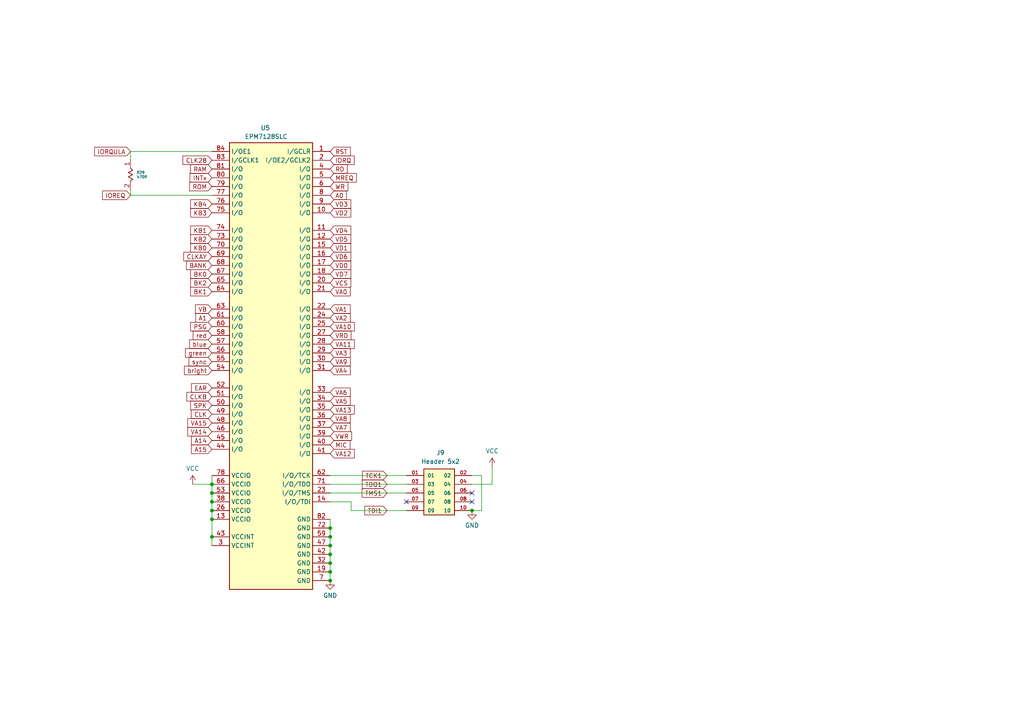
<source format=kicad_sch>
(kicad_sch
	(version 20250114)
	(generator "eeschema")
	(generator_version "9.0")
	(uuid "eca76def-6939-4c06-83d7-5a36bf1d09cf")
	(paper "A4")
	(lib_symbols
		(symbol "Max128_Issue5:10129381-910002BLF"
			(pin_names
				(offset 1.016)
			)
			(exclude_from_sim no)
			(in_bom yes)
			(on_board yes)
			(property "Reference" "J"
				(at -8.89 7.366 0)
				(effects
					(font
						(size 1.27 1.27)
					)
					(justify left bottom)
				)
			)
			(property "Value" "Header 5x2"
				(at -13.208 -8.128 0)
				(effects
					(font
						(size 1.27 1.27)
					)
					(justify left bottom)
				)
			)
			(property "Footprint" "Mod:AMPHENOL_10129381-910002BLF"
				(at -4.826 9.144 0)
				(effects
					(font
						(size 1.27 1.27)
					)
					(justify bottom)
					(hide yes)
				)
			)
			(property "Datasheet" ""
				(at 0 0 0)
				(effects
					(font
						(size 1.27 1.27)
					)
					(hide yes)
				)
			)
			(property "Description" "Header 5x2"
				(at 0 0 0)
				(effects
					(font
						(size 1.27 1.27)
					)
					(hide yes)
				)
			)
			(symbol "10129381-910002BLF_0_0"
				(rectangle
					(start -12.7 6.985)
					(end -3.81 -6.35)
					(stroke
						(width 0.254)
						(type default)
					)
					(fill
						(type background)
					)
				)
				(pin passive line
					(at -17.78 5.08 0)
					(length 5.08)
					(name "01"
						(effects
							(font
								(size 1.016 1.016)
							)
						)
					)
					(number "01"
						(effects
							(font
								(size 1.016 1.016)
							)
						)
					)
				)
				(pin passive line
					(at -17.78 2.54 0)
					(length 5.08)
					(name "03"
						(effects
							(font
								(size 1.016 1.016)
							)
						)
					)
					(number "03"
						(effects
							(font
								(size 1.016 1.016)
							)
						)
					)
				)
				(pin passive line
					(at -17.78 0 0)
					(length 5.08)
					(name "05"
						(effects
							(font
								(size 1.016 1.016)
							)
						)
					)
					(number "05"
						(effects
							(font
								(size 1.016 1.016)
							)
						)
					)
				)
				(pin passive line
					(at -17.78 -2.54 0)
					(length 5.08)
					(name "07"
						(effects
							(font
								(size 1.016 1.016)
							)
						)
					)
					(number "07"
						(effects
							(font
								(size 1.016 1.016)
							)
						)
					)
				)
				(pin passive line
					(at -17.78 -5.08 0)
					(length 5.08)
					(name "09"
						(effects
							(font
								(size 1.016 1.016)
							)
						)
					)
					(number "09"
						(effects
							(font
								(size 1.016 1.016)
							)
						)
					)
				)
				(pin passive line
					(at 1.27 5.08 180)
					(length 5.08)
					(name "02"
						(effects
							(font
								(size 1.016 1.016)
							)
						)
					)
					(number "02"
						(effects
							(font
								(size 1.016 1.016)
							)
						)
					)
				)
				(pin passive line
					(at 1.27 2.54 180)
					(length 5.08)
					(name "04"
						(effects
							(font
								(size 1.016 1.016)
							)
						)
					)
					(number "04"
						(effects
							(font
								(size 1.016 1.016)
							)
						)
					)
				)
				(pin passive line
					(at 1.27 0 180)
					(length 5.08)
					(name "06"
						(effects
							(font
								(size 1.016 1.016)
							)
						)
					)
					(number "06"
						(effects
							(font
								(size 1.016 1.016)
							)
						)
					)
				)
				(pin passive line
					(at 1.27 -2.54 180)
					(length 5.08)
					(name "08"
						(effects
							(font
								(size 1.016 1.016)
							)
						)
					)
					(number "08"
						(effects
							(font
								(size 1.016 1.016)
							)
						)
					)
				)
				(pin passive line
					(at 1.27 -5.08 180)
					(length 5.08)
					(name "10"
						(effects
							(font
								(size 1.016 1.016)
							)
						)
					)
					(number "10"
						(effects
							(font
								(size 1.016 1.016)
							)
						)
					)
				)
			)
			(embedded_fonts no)
		)
		(symbol "Max128_Issue5:CF14JT470R"
			(pin_names
				(offset 0.254)
			)
			(exclude_from_sim no)
			(in_bom yes)
			(on_board yes)
			(property "Reference" "R"
				(at 3.048 1.27 0)
				(effects
					(font
						(size 0.762 0.762)
					)
				)
			)
			(property "Value" "470R"
				(at 6.858 1.27 0)
				(effects
					(font
						(size 0.762 0.762)
					)
				)
			)
			(property "Footprint" "Mod:STA_CF14_STP"
				(at 4.572 -1.016 0)
				(effects
					(font
						(size 0.762 0.762)
						(italic yes)
					)
					(hide yes)
				)
			)
			(property "Datasheet" ""
				(at 0 0 0)
				(effects
					(font
						(size 1.27 1.27)
					)
					(hide yes)
				)
			)
			(property "Description" "470R"
				(at 6.858 2.286 0)
				(effects
					(font
						(size 0.762 0.762)
					)
					(hide yes)
				)
			)
			(symbol "CF14JT470R_1_1"
				(polyline
					(pts
						(xy 3.81 0) (xy 4.445 0.635)
					)
					(stroke
						(width 0.2032)
						(type default)
					)
					(fill
						(type none)
					)
				)
				(polyline
					(pts
						(xy 4.445 0.635) (xy 5.08 -0.635)
					)
					(stroke
						(width 0.2032)
						(type default)
					)
					(fill
						(type none)
					)
				)
				(polyline
					(pts
						(xy 5.08 -0.635) (xy 5.715 0.635)
					)
					(stroke
						(width 0.2032)
						(type default)
					)
					(fill
						(type none)
					)
				)
				(polyline
					(pts
						(xy 5.715 0.635) (xy 6.35 -0.635)
					)
					(stroke
						(width 0.2032)
						(type default)
					)
					(fill
						(type none)
					)
				)
				(polyline
					(pts
						(xy 6.35 -0.635) (xy 6.985 0.635)
					)
					(stroke
						(width 0.2032)
						(type default)
					)
					(fill
						(type none)
					)
				)
				(polyline
					(pts
						(xy 6.985 0.635) (xy 7.62 0)
					)
					(stroke
						(width 0.2032)
						(type default)
					)
					(fill
						(type none)
					)
				)
				(pin unspecified line
					(at 1.27 0 0)
					(length 2.54)
					(name ""
						(effects
							(font
								(size 1.27 1.27)
							)
						)
					)
					(number "1"
						(effects
							(font
								(size 1.27 1.27)
							)
						)
					)
				)
				(pin unspecified line
					(at 10.16 0 180)
					(length 2.54)
					(name ""
						(effects
							(font
								(size 1.27 1.27)
							)
						)
					)
					(number "2"
						(effects
							(font
								(size 1.27 1.27)
							)
						)
					)
				)
			)
			(symbol "CF14JT470R_1_2"
				(polyline
					(pts
						(xy -1.27 8.255) (xy 1.27 9.525)
					)
					(stroke
						(width 0.2032)
						(type default)
					)
					(fill
						(type none)
					)
				)
				(polyline
					(pts
						(xy -1.27 5.715) (xy 1.27 6.985)
					)
					(stroke
						(width 0.2032)
						(type default)
					)
					(fill
						(type none)
					)
				)
				(polyline
					(pts
						(xy -1.27 3.175) (xy 1.27 4.445)
					)
					(stroke
						(width 0.2032)
						(type default)
					)
					(fill
						(type none)
					)
				)
				(polyline
					(pts
						(xy 0 2.54) (xy -1.27 3.175)
					)
					(stroke
						(width 0.2032)
						(type default)
					)
					(fill
						(type none)
					)
				)
				(polyline
					(pts
						(xy 1.27 9.525) (xy 0 10.16)
					)
					(stroke
						(width 0.2032)
						(type default)
					)
					(fill
						(type none)
					)
				)
				(polyline
					(pts
						(xy 1.27 6.985) (xy -1.27 8.255)
					)
					(stroke
						(width 0.2032)
						(type default)
					)
					(fill
						(type none)
					)
				)
				(polyline
					(pts
						(xy 1.27 4.445) (xy -1.27 5.715)
					)
					(stroke
						(width 0.2032)
						(type default)
					)
					(fill
						(type none)
					)
				)
				(pin unspecified line
					(at 0 12.7 270)
					(length 2.54)
					(name ""
						(effects
							(font
								(size 1.27 1.27)
							)
						)
					)
					(number "1"
						(effects
							(font
								(size 1.27 1.27)
							)
						)
					)
				)
				(pin unspecified line
					(at 0 0 90)
					(length 2.54)
					(name ""
						(effects
							(font
								(size 1.27 1.27)
							)
						)
					)
					(number "2"
						(effects
							(font
								(size 1.27 1.27)
							)
						)
					)
				)
			)
			(embedded_fonts no)
		)
		(symbol "Max128_Issue5:PLCC-84-AT"
			(exclude_from_sim no)
			(in_bom yes)
			(on_board yes)
			(property "Reference" "U"
				(at -31.496 12.7 0)
				(effects
					(font
						(size 1.27 1.27)
					)
					(justify left top)
				)
			)
			(property "Value" "EPM7128SLC"
				(at -36.576 10.668 0)
				(effects
					(font
						(size 1.27 1.27)
					)
					(justify left top)
				)
			)
			(property "Footprint" "Mod:PLCC84AT"
				(at -37.592 8.382 0)
				(effects
					(font
						(size 1.27 1.27)
					)
					(justify left top)
					(hide yes)
				)
			)
			(property "Datasheet" ""
				(at 0 0 0)
				(effects
					(font
						(size 1.27 1.27)
					)
					(hide yes)
				)
			)
			(property "Description" "EPM7128SLC-84 PLCC Socket"
				(at -29.718 5.08 0)
				(effects
					(font
						(size 1.27 1.27)
					)
					(hide yes)
				)
			)
			(symbol "PLCC-84-AT_1_1"
				(rectangle
					(start -41.91 3.81)
					(end -17.78 -125.73)
					(stroke
						(width 0.254)
						(type default)
					)
					(fill
						(type background)
					)
				)
				(pin passive line
					(at -46.99 1.27 0)
					(length 5.08)
					(name "I/OE1"
						(effects
							(font
								(size 1.27 1.27)
							)
						)
					)
					(number "84"
						(effects
							(font
								(size 1.27 1.27)
							)
						)
					)
				)
				(pin passive line
					(at -46.99 -1.27 0)
					(length 5.08)
					(name "I/GCLK1"
						(effects
							(font
								(size 1.27 1.27)
							)
						)
					)
					(number "83"
						(effects
							(font
								(size 1.27 1.27)
							)
						)
					)
				)
				(pin passive line
					(at -46.99 -3.81 0)
					(length 5.08)
					(name "I/O"
						(effects
							(font
								(size 1.27 1.27)
							)
						)
					)
					(number "81"
						(effects
							(font
								(size 1.27 1.27)
							)
						)
					)
				)
				(pin passive line
					(at -46.99 -6.35 0)
					(length 5.08)
					(name "I/O"
						(effects
							(font
								(size 1.27 1.27)
							)
						)
					)
					(number "80"
						(effects
							(font
								(size 1.27 1.27)
							)
						)
					)
				)
				(pin passive line
					(at -46.99 -8.89 0)
					(length 5.08)
					(name "I/O"
						(effects
							(font
								(size 1.27 1.27)
							)
						)
					)
					(number "79"
						(effects
							(font
								(size 1.27 1.27)
							)
						)
					)
				)
				(pin passive line
					(at -46.99 -11.43 0)
					(length 5.08)
					(name "I/O"
						(effects
							(font
								(size 1.27 1.27)
							)
						)
					)
					(number "77"
						(effects
							(font
								(size 1.27 1.27)
							)
						)
					)
				)
				(pin passive line
					(at -46.99 -13.97 0)
					(length 5.08)
					(name "I/O"
						(effects
							(font
								(size 1.27 1.27)
							)
						)
					)
					(number "76"
						(effects
							(font
								(size 1.27 1.27)
							)
						)
					)
				)
				(pin passive line
					(at -46.99 -16.51 0)
					(length 5.08)
					(name "I/O"
						(effects
							(font
								(size 1.27 1.27)
							)
						)
					)
					(number "75"
						(effects
							(font
								(size 1.27 1.27)
							)
						)
					)
				)
				(pin passive line
					(at -46.99 -21.59 0)
					(length 5.08)
					(name "I/O"
						(effects
							(font
								(size 1.27 1.27)
							)
						)
					)
					(number "74"
						(effects
							(font
								(size 1.27 1.27)
							)
						)
					)
				)
				(pin passive line
					(at -46.99 -24.13 0)
					(length 5.08)
					(name "I/O"
						(effects
							(font
								(size 1.27 1.27)
							)
						)
					)
					(number "73"
						(effects
							(font
								(size 1.27 1.27)
							)
						)
					)
				)
				(pin passive line
					(at -46.99 -26.67 0)
					(length 5.08)
					(name "I/O"
						(effects
							(font
								(size 1.27 1.27)
							)
						)
					)
					(number "70"
						(effects
							(font
								(size 1.27 1.27)
							)
						)
					)
				)
				(pin passive line
					(at -46.99 -29.21 0)
					(length 5.08)
					(name "I/O"
						(effects
							(font
								(size 1.27 1.27)
							)
						)
					)
					(number "69"
						(effects
							(font
								(size 1.27 1.27)
							)
						)
					)
				)
				(pin passive line
					(at -46.99 -31.75 0)
					(length 5.08)
					(name "I/O"
						(effects
							(font
								(size 1.27 1.27)
							)
						)
					)
					(number "68"
						(effects
							(font
								(size 1.27 1.27)
							)
						)
					)
				)
				(pin passive line
					(at -46.99 -34.29 0)
					(length 5.08)
					(name "I/O"
						(effects
							(font
								(size 1.27 1.27)
							)
						)
					)
					(number "67"
						(effects
							(font
								(size 1.27 1.27)
							)
						)
					)
				)
				(pin passive line
					(at -46.99 -36.83 0)
					(length 5.08)
					(name "I/O"
						(effects
							(font
								(size 1.27 1.27)
							)
						)
					)
					(number "65"
						(effects
							(font
								(size 1.27 1.27)
							)
						)
					)
				)
				(pin passive line
					(at -46.99 -39.37 0)
					(length 5.08)
					(name "I/O"
						(effects
							(font
								(size 1.27 1.27)
							)
						)
					)
					(number "64"
						(effects
							(font
								(size 1.27 1.27)
							)
						)
					)
				)
				(pin passive line
					(at -46.99 -44.45 0)
					(length 5.08)
					(name "I/O"
						(effects
							(font
								(size 1.27 1.27)
							)
						)
					)
					(number "63"
						(effects
							(font
								(size 1.27 1.27)
							)
						)
					)
				)
				(pin passive line
					(at -46.99 -46.99 0)
					(length 5.08)
					(name "I/O"
						(effects
							(font
								(size 1.27 1.27)
							)
						)
					)
					(number "61"
						(effects
							(font
								(size 1.27 1.27)
							)
						)
					)
				)
				(pin passive line
					(at -46.99 -49.53 0)
					(length 5.08)
					(name "I/O"
						(effects
							(font
								(size 1.27 1.27)
							)
						)
					)
					(number "60"
						(effects
							(font
								(size 1.27 1.27)
							)
						)
					)
				)
				(pin passive line
					(at -46.99 -52.07 0)
					(length 5.08)
					(name "I/O"
						(effects
							(font
								(size 1.27 1.27)
							)
						)
					)
					(number "58"
						(effects
							(font
								(size 1.27 1.27)
							)
						)
					)
				)
				(pin passive line
					(at -46.99 -54.61 0)
					(length 5.08)
					(name "I/O"
						(effects
							(font
								(size 1.27 1.27)
							)
						)
					)
					(number "57"
						(effects
							(font
								(size 1.27 1.27)
							)
						)
					)
				)
				(pin passive line
					(at -46.99 -57.15 0)
					(length 5.08)
					(name "I/O"
						(effects
							(font
								(size 1.27 1.27)
							)
						)
					)
					(number "56"
						(effects
							(font
								(size 1.27 1.27)
							)
						)
					)
				)
				(pin passive line
					(at -46.99 -59.69 0)
					(length 5.08)
					(name "I/O"
						(effects
							(font
								(size 1.27 1.27)
							)
						)
					)
					(number "55"
						(effects
							(font
								(size 1.27 1.27)
							)
						)
					)
				)
				(pin passive line
					(at -46.99 -62.23 0)
					(length 5.08)
					(name "I/O"
						(effects
							(font
								(size 1.27 1.27)
							)
						)
					)
					(number "54"
						(effects
							(font
								(size 1.27 1.27)
							)
						)
					)
				)
				(pin passive line
					(at -46.99 -67.31 0)
					(length 5.08)
					(name "I/O"
						(effects
							(font
								(size 1.27 1.27)
							)
						)
					)
					(number "52"
						(effects
							(font
								(size 1.27 1.27)
							)
						)
					)
				)
				(pin passive line
					(at -46.99 -69.85 0)
					(length 5.08)
					(name "I/O"
						(effects
							(font
								(size 1.27 1.27)
							)
						)
					)
					(number "51"
						(effects
							(font
								(size 1.27 1.27)
							)
						)
					)
				)
				(pin passive line
					(at -46.99 -72.39 0)
					(length 5.08)
					(name "I/O"
						(effects
							(font
								(size 1.27 1.27)
							)
						)
					)
					(number "50"
						(effects
							(font
								(size 1.27 1.27)
							)
						)
					)
				)
				(pin passive line
					(at -46.99 -74.93 0)
					(length 5.08)
					(name "I/O"
						(effects
							(font
								(size 1.27 1.27)
							)
						)
					)
					(number "49"
						(effects
							(font
								(size 1.27 1.27)
							)
						)
					)
				)
				(pin passive line
					(at -46.99 -77.47 0)
					(length 5.08)
					(name "I/O"
						(effects
							(font
								(size 1.27 1.27)
							)
						)
					)
					(number "48"
						(effects
							(font
								(size 1.27 1.27)
							)
						)
					)
				)
				(pin passive line
					(at -46.99 -80.01 0)
					(length 5.08)
					(name "I/O"
						(effects
							(font
								(size 1.27 1.27)
							)
						)
					)
					(number "46"
						(effects
							(font
								(size 1.27 1.27)
							)
						)
					)
				)
				(pin passive line
					(at -46.99 -82.55 0)
					(length 5.08)
					(name "I/O"
						(effects
							(font
								(size 1.27 1.27)
							)
						)
					)
					(number "45"
						(effects
							(font
								(size 1.27 1.27)
							)
						)
					)
				)
				(pin passive line
					(at -46.99 -85.09 0)
					(length 5.08)
					(name "I/O"
						(effects
							(font
								(size 1.27 1.27)
							)
						)
					)
					(number "44"
						(effects
							(font
								(size 1.27 1.27)
							)
						)
					)
				)
				(pin passive line
					(at -46.99 -92.71 0)
					(length 5.08)
					(name "VCCIO"
						(effects
							(font
								(size 1.27 1.27)
							)
						)
					)
					(number "78"
						(effects
							(font
								(size 1.27 1.27)
							)
						)
					)
				)
				(pin passive line
					(at -46.99 -95.25 0)
					(length 5.08)
					(name "VCCIO"
						(effects
							(font
								(size 1.27 1.27)
							)
						)
					)
					(number "66"
						(effects
							(font
								(size 1.27 1.27)
							)
						)
					)
				)
				(pin passive line
					(at -46.99 -97.79 0)
					(length 5.08)
					(name "VCCIO"
						(effects
							(font
								(size 1.27 1.27)
							)
						)
					)
					(number "53"
						(effects
							(font
								(size 1.27 1.27)
							)
						)
					)
				)
				(pin passive line
					(at -46.99 -100.33 0)
					(length 5.08)
					(name "VCCIO"
						(effects
							(font
								(size 1.27 1.27)
							)
						)
					)
					(number "38"
						(effects
							(font
								(size 1.27 1.27)
							)
						)
					)
				)
				(pin passive line
					(at -46.99 -102.87 0)
					(length 5.08)
					(name "VCCIO"
						(effects
							(font
								(size 1.27 1.27)
							)
						)
					)
					(number "26"
						(effects
							(font
								(size 1.27 1.27)
							)
						)
					)
				)
				(pin passive line
					(at -46.99 -105.41 0)
					(length 5.08)
					(name "VCCIO"
						(effects
							(font
								(size 1.27 1.27)
							)
						)
					)
					(number "13"
						(effects
							(font
								(size 1.27 1.27)
							)
						)
					)
				)
				(pin passive line
					(at -46.99 -110.49 0)
					(length 5.08)
					(name "VCCINT"
						(effects
							(font
								(size 1.27 1.27)
							)
						)
					)
					(number "43"
						(effects
							(font
								(size 1.27 1.27)
							)
						)
					)
				)
				(pin passive line
					(at -46.99 -113.03 0)
					(length 5.08)
					(name "VCCINT"
						(effects
							(font
								(size 1.27 1.27)
							)
						)
					)
					(number "3"
						(effects
							(font
								(size 1.27 1.27)
							)
						)
					)
				)
				(pin passive line
					(at -12.7 1.27 180)
					(length 5.08)
					(name "I/GCLR"
						(effects
							(font
								(size 1.27 1.27)
							)
						)
					)
					(number "1"
						(effects
							(font
								(size 1.27 1.27)
							)
						)
					)
				)
				(pin passive line
					(at -12.7 -1.27 180)
					(length 5.08)
					(name "I/OE2/GCLK2"
						(effects
							(font
								(size 1.27 1.27)
							)
						)
					)
					(number "2"
						(effects
							(font
								(size 1.27 1.27)
							)
						)
					)
				)
				(pin passive line
					(at -12.7 -3.81 180)
					(length 5.08)
					(name "I/O"
						(effects
							(font
								(size 1.27 1.27)
							)
						)
					)
					(number "4"
						(effects
							(font
								(size 1.27 1.27)
							)
						)
					)
				)
				(pin passive line
					(at -12.7 -6.35 180)
					(length 5.08)
					(name "I/O"
						(effects
							(font
								(size 1.27 1.27)
							)
						)
					)
					(number "5"
						(effects
							(font
								(size 1.27 1.27)
							)
						)
					)
				)
				(pin passive line
					(at -12.7 -8.89 180)
					(length 5.08)
					(name "I/O"
						(effects
							(font
								(size 1.27 1.27)
							)
						)
					)
					(number "6"
						(effects
							(font
								(size 1.27 1.27)
							)
						)
					)
				)
				(pin passive line
					(at -12.7 -11.43 180)
					(length 5.08)
					(name "I/O"
						(effects
							(font
								(size 1.27 1.27)
							)
						)
					)
					(number "8"
						(effects
							(font
								(size 1.27 1.27)
							)
						)
					)
				)
				(pin passive line
					(at -12.7 -13.97 180)
					(length 5.08)
					(name "I/O"
						(effects
							(font
								(size 1.27 1.27)
							)
						)
					)
					(number "9"
						(effects
							(font
								(size 1.27 1.27)
							)
						)
					)
				)
				(pin passive line
					(at -12.7 -16.51 180)
					(length 5.08)
					(name "I/O"
						(effects
							(font
								(size 1.27 1.27)
							)
						)
					)
					(number "10"
						(effects
							(font
								(size 1.27 1.27)
							)
						)
					)
				)
				(pin passive line
					(at -12.7 -21.59 180)
					(length 5.08)
					(name "I/O"
						(effects
							(font
								(size 1.27 1.27)
							)
						)
					)
					(number "11"
						(effects
							(font
								(size 1.27 1.27)
							)
						)
					)
				)
				(pin passive line
					(at -12.7 -24.13 180)
					(length 5.08)
					(name "I/O"
						(effects
							(font
								(size 1.27 1.27)
							)
						)
					)
					(number "12"
						(effects
							(font
								(size 1.27 1.27)
							)
						)
					)
				)
				(pin passive line
					(at -12.7 -26.67 180)
					(length 5.08)
					(name "I/O"
						(effects
							(font
								(size 1.27 1.27)
							)
						)
					)
					(number "15"
						(effects
							(font
								(size 1.27 1.27)
							)
						)
					)
				)
				(pin passive line
					(at -12.7 -29.21 180)
					(length 5.08)
					(name "I/O"
						(effects
							(font
								(size 1.27 1.27)
							)
						)
					)
					(number "16"
						(effects
							(font
								(size 1.27 1.27)
							)
						)
					)
				)
				(pin passive line
					(at -12.7 -31.75 180)
					(length 5.08)
					(name "I/O"
						(effects
							(font
								(size 1.27 1.27)
							)
						)
					)
					(number "17"
						(effects
							(font
								(size 1.27 1.27)
							)
						)
					)
				)
				(pin passive line
					(at -12.7 -34.29 180)
					(length 5.08)
					(name "I/O"
						(effects
							(font
								(size 1.27 1.27)
							)
						)
					)
					(number "18"
						(effects
							(font
								(size 1.27 1.27)
							)
						)
					)
				)
				(pin passive line
					(at -12.7 -36.83 180)
					(length 5.08)
					(name "I/O"
						(effects
							(font
								(size 1.27 1.27)
							)
						)
					)
					(number "20"
						(effects
							(font
								(size 1.27 1.27)
							)
						)
					)
				)
				(pin passive line
					(at -12.7 -39.37 180)
					(length 5.08)
					(name "I/O"
						(effects
							(font
								(size 1.27 1.27)
							)
						)
					)
					(number "21"
						(effects
							(font
								(size 1.27 1.27)
							)
						)
					)
				)
				(pin passive line
					(at -12.7 -44.45 180)
					(length 5.08)
					(name "I/O"
						(effects
							(font
								(size 1.27 1.27)
							)
						)
					)
					(number "22"
						(effects
							(font
								(size 1.27 1.27)
							)
						)
					)
				)
				(pin passive line
					(at -12.7 -46.99 180)
					(length 5.08)
					(name "I/O"
						(effects
							(font
								(size 1.27 1.27)
							)
						)
					)
					(number "24"
						(effects
							(font
								(size 1.27 1.27)
							)
						)
					)
				)
				(pin passive line
					(at -12.7 -49.53 180)
					(length 5.08)
					(name "I/O"
						(effects
							(font
								(size 1.27 1.27)
							)
						)
					)
					(number "25"
						(effects
							(font
								(size 1.27 1.27)
							)
						)
					)
				)
				(pin passive line
					(at -12.7 -52.07 180)
					(length 5.08)
					(name "I/O"
						(effects
							(font
								(size 1.27 1.27)
							)
						)
					)
					(number "27"
						(effects
							(font
								(size 1.27 1.27)
							)
						)
					)
				)
				(pin passive line
					(at -12.7 -54.61 180)
					(length 5.08)
					(name "I/O"
						(effects
							(font
								(size 1.27 1.27)
							)
						)
					)
					(number "28"
						(effects
							(font
								(size 1.27 1.27)
							)
						)
					)
				)
				(pin passive line
					(at -12.7 -57.15 180)
					(length 5.08)
					(name "I/O"
						(effects
							(font
								(size 1.27 1.27)
							)
						)
					)
					(number "29"
						(effects
							(font
								(size 1.27 1.27)
							)
						)
					)
				)
				(pin passive line
					(at -12.7 -59.69 180)
					(length 5.08)
					(name "I/O"
						(effects
							(font
								(size 1.27 1.27)
							)
						)
					)
					(number "30"
						(effects
							(font
								(size 1.27 1.27)
							)
						)
					)
				)
				(pin passive line
					(at -12.7 -62.23 180)
					(length 5.08)
					(name "I/O"
						(effects
							(font
								(size 1.27 1.27)
							)
						)
					)
					(number "31"
						(effects
							(font
								(size 1.27 1.27)
							)
						)
					)
				)
				(pin passive line
					(at -12.7 -68.58 180)
					(length 5.08)
					(name "I/O"
						(effects
							(font
								(size 1.27 1.27)
							)
						)
					)
					(number "33"
						(effects
							(font
								(size 1.27 1.27)
							)
						)
					)
				)
				(pin passive line
					(at -12.7 -71.12 180)
					(length 5.08)
					(name "I/O"
						(effects
							(font
								(size 1.27 1.27)
							)
						)
					)
					(number "34"
						(effects
							(font
								(size 1.27 1.27)
							)
						)
					)
				)
				(pin passive line
					(at -12.7 -73.66 180)
					(length 5.08)
					(name "I/O"
						(effects
							(font
								(size 1.27 1.27)
							)
						)
					)
					(number "35"
						(effects
							(font
								(size 1.27 1.27)
							)
						)
					)
				)
				(pin passive line
					(at -12.7 -76.2 180)
					(length 5.08)
					(name "I/O"
						(effects
							(font
								(size 1.27 1.27)
							)
						)
					)
					(number "36"
						(effects
							(font
								(size 1.27 1.27)
							)
						)
					)
				)
				(pin passive line
					(at -12.7 -78.74 180)
					(length 5.08)
					(name "I/O"
						(effects
							(font
								(size 1.27 1.27)
							)
						)
					)
					(number "37"
						(effects
							(font
								(size 1.27 1.27)
							)
						)
					)
				)
				(pin passive line
					(at -12.7 -81.28 180)
					(length 5.08)
					(name "I/O"
						(effects
							(font
								(size 1.27 1.27)
							)
						)
					)
					(number "39"
						(effects
							(font
								(size 1.27 1.27)
							)
						)
					)
				)
				(pin passive line
					(at -12.7 -83.82 180)
					(length 5.08)
					(name "I/O"
						(effects
							(font
								(size 1.27 1.27)
							)
						)
					)
					(number "40"
						(effects
							(font
								(size 1.27 1.27)
							)
						)
					)
				)
				(pin passive line
					(at -12.7 -86.36 180)
					(length 5.08)
					(name "I/O"
						(effects
							(font
								(size 1.27 1.27)
							)
						)
					)
					(number "41"
						(effects
							(font
								(size 1.27 1.27)
							)
						)
					)
				)
				(pin passive line
					(at -12.7 -92.71 180)
					(length 5.08)
					(name "I/O/TCK"
						(effects
							(font
								(size 1.27 1.27)
							)
						)
					)
					(number "62"
						(effects
							(font
								(size 1.27 1.27)
							)
						)
					)
				)
				(pin passive line
					(at -12.7 -95.25 180)
					(length 5.08)
					(name "I/O/TDO"
						(effects
							(font
								(size 1.27 1.27)
							)
						)
					)
					(number "71"
						(effects
							(font
								(size 1.27 1.27)
							)
						)
					)
				)
				(pin passive line
					(at -12.7 -97.79 180)
					(length 5.08)
					(name "I/O/TMS"
						(effects
							(font
								(size 1.27 1.27)
							)
						)
					)
					(number "23"
						(effects
							(font
								(size 1.27 1.27)
							)
						)
					)
				)
				(pin passive line
					(at -12.7 -100.33 180)
					(length 5.08)
					(name "I/O/TDI"
						(effects
							(font
								(size 1.27 1.27)
							)
						)
					)
					(number "14"
						(effects
							(font
								(size 1.27 1.27)
							)
						)
					)
				)
				(pin passive line
					(at -12.7 -105.41 180)
					(length 5.08)
					(name "GND"
						(effects
							(font
								(size 1.27 1.27)
							)
						)
					)
					(number "82"
						(effects
							(font
								(size 1.27 1.27)
							)
						)
					)
				)
				(pin passive line
					(at -12.7 -107.95 180)
					(length 5.08)
					(name "GND"
						(effects
							(font
								(size 1.27 1.27)
							)
						)
					)
					(number "72"
						(effects
							(font
								(size 1.27 1.27)
							)
						)
					)
				)
				(pin passive line
					(at -12.7 -110.49 180)
					(length 5.08)
					(name "GND"
						(effects
							(font
								(size 1.27 1.27)
							)
						)
					)
					(number "59"
						(effects
							(font
								(size 1.27 1.27)
							)
						)
					)
				)
				(pin passive line
					(at -12.7 -113.03 180)
					(length 5.08)
					(name "GND"
						(effects
							(font
								(size 1.27 1.27)
							)
						)
					)
					(number "47"
						(effects
							(font
								(size 1.27 1.27)
							)
						)
					)
				)
				(pin passive line
					(at -12.7 -115.57 180)
					(length 5.08)
					(name "GND"
						(effects
							(font
								(size 1.27 1.27)
							)
						)
					)
					(number "42"
						(effects
							(font
								(size 1.27 1.27)
							)
						)
					)
				)
				(pin passive line
					(at -12.7 -118.11 180)
					(length 5.08)
					(name "GND"
						(effects
							(font
								(size 1.27 1.27)
							)
						)
					)
					(number "32"
						(effects
							(font
								(size 1.27 1.27)
							)
						)
					)
				)
				(pin passive line
					(at -12.7 -120.65 180)
					(length 5.08)
					(name "GND"
						(effects
							(font
								(size 1.27 1.27)
							)
						)
					)
					(number "19"
						(effects
							(font
								(size 1.27 1.27)
							)
						)
					)
				)
				(pin passive line
					(at -12.7 -123.19 180)
					(length 5.08)
					(name "GND"
						(effects
							(font
								(size 1.27 1.27)
							)
						)
					)
					(number "7"
						(effects
							(font
								(size 1.27 1.27)
							)
						)
					)
				)
			)
			(embedded_fonts no)
		)
		(symbol "power:GND"
			(power)
			(pin_numbers
				(hide yes)
			)
			(pin_names
				(offset 0)
				(hide yes)
			)
			(exclude_from_sim no)
			(in_bom yes)
			(on_board yes)
			(property "Reference" "#PWR"
				(at 0 -6.35 0)
				(effects
					(font
						(size 1.27 1.27)
					)
					(hide yes)
				)
			)
			(property "Value" "GND"
				(at 0 -3.81 0)
				(effects
					(font
						(size 1.27 1.27)
					)
				)
			)
			(property "Footprint" ""
				(at 0 0 0)
				(effects
					(font
						(size 1.27 1.27)
					)
					(hide yes)
				)
			)
			(property "Datasheet" ""
				(at 0 0 0)
				(effects
					(font
						(size 1.27 1.27)
					)
					(hide yes)
				)
			)
			(property "Description" "Power symbol creates a global label with name \"GND\" , ground"
				(at 0 0 0)
				(effects
					(font
						(size 1.27 1.27)
					)
					(hide yes)
				)
			)
			(property "ki_keywords" "global power"
				(at 0 0 0)
				(effects
					(font
						(size 1.27 1.27)
					)
					(hide yes)
				)
			)
			(symbol "GND_0_1"
				(polyline
					(pts
						(xy 0 0) (xy 0 -1.27) (xy 1.27 -1.27) (xy 0 -2.54) (xy -1.27 -1.27) (xy 0 -1.27)
					)
					(stroke
						(width 0)
						(type default)
					)
					(fill
						(type none)
					)
				)
			)
			(symbol "GND_1_1"
				(pin power_in line
					(at 0 0 270)
					(length 0)
					(name "~"
						(effects
							(font
								(size 1.27 1.27)
							)
						)
					)
					(number "1"
						(effects
							(font
								(size 1.27 1.27)
							)
						)
					)
				)
			)
			(embedded_fonts no)
		)
		(symbol "power:VCC"
			(power)
			(pin_numbers
				(hide yes)
			)
			(pin_names
				(offset 0)
				(hide yes)
			)
			(exclude_from_sim no)
			(in_bom yes)
			(on_board yes)
			(property "Reference" "#PWR"
				(at 0 -3.81 0)
				(effects
					(font
						(size 1.27 1.27)
					)
					(hide yes)
				)
			)
			(property "Value" "VCC"
				(at 0 3.556 0)
				(effects
					(font
						(size 1.27 1.27)
					)
				)
			)
			(property "Footprint" ""
				(at 0 0 0)
				(effects
					(font
						(size 1.27 1.27)
					)
					(hide yes)
				)
			)
			(property "Datasheet" ""
				(at 0 0 0)
				(effects
					(font
						(size 1.27 1.27)
					)
					(hide yes)
				)
			)
			(property "Description" "Power symbol creates a global label with name \"VCC\""
				(at 0 0 0)
				(effects
					(font
						(size 1.27 1.27)
					)
					(hide yes)
				)
			)
			(property "ki_keywords" "global power"
				(at 0 0 0)
				(effects
					(font
						(size 1.27 1.27)
					)
					(hide yes)
				)
			)
			(symbol "VCC_0_1"
				(polyline
					(pts
						(xy -0.762 1.27) (xy 0 2.54)
					)
					(stroke
						(width 0)
						(type default)
					)
					(fill
						(type none)
					)
				)
				(polyline
					(pts
						(xy 0 2.54) (xy 0.762 1.27)
					)
					(stroke
						(width 0)
						(type default)
					)
					(fill
						(type none)
					)
				)
				(polyline
					(pts
						(xy 0 0) (xy 0 2.54)
					)
					(stroke
						(width 0)
						(type default)
					)
					(fill
						(type none)
					)
				)
			)
			(symbol "VCC_1_1"
				(pin power_in line
					(at 0 0 90)
					(length 0)
					(name "~"
						(effects
							(font
								(size 1.27 1.27)
							)
						)
					)
					(number "1"
						(effects
							(font
								(size 1.27 1.27)
							)
						)
					)
				)
			)
			(embedded_fonts no)
		)
	)
	(junction
		(at 95.758 153.162)
		(diameter 0)
		(color 0 0 0 0)
		(uuid "00de7817-5a08-451e-b693-d4b99f324998")
	)
	(junction
		(at 95.758 168.402)
		(diameter 0)
		(color 0 0 0 0)
		(uuid "092640fe-56ff-4f0a-ac17-fa57b11283f4")
	)
	(junction
		(at 95.758 165.862)
		(diameter 0)
		(color 0 0 0 0)
		(uuid "2164f173-04ed-4694-89c5-59a2b8932c9f")
	)
	(junction
		(at 95.758 155.702)
		(diameter 0)
		(color 0 0 0 0)
		(uuid "39203d01-48c8-49ea-b26e-a3ba67fce7aa")
	)
	(junction
		(at 136.906 148.082)
		(diameter 0)
		(color 0 0 0 0)
		(uuid "40902a61-d01f-4f6d-996f-40056f698e55")
	)
	(junction
		(at 95.758 160.782)
		(diameter 0)
		(color 0 0 0 0)
		(uuid "4a05f5c7-85a7-4460-82bc-4afb5681b8cf")
	)
	(junction
		(at 61.468 145.542)
		(diameter 0)
		(color 0 0 0 0)
		(uuid "686ca918-fa1e-4a34-afd8-0e3ee7c5296f")
	)
	(junction
		(at 61.468 140.462)
		(diameter 0)
		(color 0 0 0 0)
		(uuid "725722aa-bfbc-4a04-9a41-65eb96a420f8")
	)
	(junction
		(at 61.468 155.702)
		(diameter 0)
		(color 0 0 0 0)
		(uuid "74b2c076-bee0-49d6-99f5-f7178156b358")
	)
	(junction
		(at 95.758 163.322)
		(diameter 0)
		(color 0 0 0 0)
		(uuid "9a2093dc-daf3-47d4-b381-4b51c74f0f54")
	)
	(junction
		(at 61.468 143.002)
		(diameter 0)
		(color 0 0 0 0)
		(uuid "a89711dd-0eaa-450b-b016-0af2c6ef38b4")
	)
	(junction
		(at 95.758 158.242)
		(diameter 0)
		(color 0 0 0 0)
		(uuid "afc801c1-4552-48a4-a9d4-9efa99a5197a")
	)
	(junction
		(at 61.468 148.082)
		(diameter 0)
		(color 0 0 0 0)
		(uuid "cbd5c263-2bec-4cfb-b722-83a694317af9")
	)
	(junction
		(at 61.468 150.622)
		(diameter 0)
		(color 0 0 0 0)
		(uuid "fc2c5819-2019-42ab-a49a-21d536353848")
	)
	(no_connect
		(at 136.906 145.542)
		(uuid "18f28f92-adf3-4138-b227-1c7730ae57f2")
	)
	(no_connect
		(at 136.906 143.002)
		(uuid "735fb852-338f-4197-b4c4-f94ba2331f46")
	)
	(no_connect
		(at 117.856 145.542)
		(uuid "dd3c0b01-577c-4f1a-a0fc-b425c13fc08b")
	)
	(wire
		(pts
			(xy 142.748 140.462) (xy 136.906 140.462)
		)
		(stroke
			(width 0)
			(type default)
		)
		(uuid "002b0d6c-d083-45e4-b403-dd4b679ed5f0")
	)
	(wire
		(pts
			(xy 136.906 137.922) (xy 139.7 137.922)
		)
		(stroke
			(width 0)
			(type default)
		)
		(uuid "06f45b62-01e0-4fed-a939-2b028668dff1")
	)
	(wire
		(pts
			(xy 61.468 148.082) (xy 61.468 150.622)
		)
		(stroke
			(width 0)
			(type default)
		)
		(uuid "0a883a8f-170c-4bfc-aca4-6793b9df09c8")
	)
	(wire
		(pts
			(xy 101.854 148.082) (xy 117.856 148.082)
		)
		(stroke
			(width 0)
			(type default)
		)
		(uuid "1589f106-9119-4868-a245-7832e36868cc")
	)
	(wire
		(pts
			(xy 95.758 158.242) (xy 95.758 160.782)
		)
		(stroke
			(width 0)
			(type default)
		)
		(uuid "1704461a-ee8d-432e-a1b3-0faae22a1e8d")
	)
	(wire
		(pts
			(xy 95.758 145.542) (xy 101.854 145.542)
		)
		(stroke
			(width 0)
			(type default)
		)
		(uuid "2a382818-76c7-4c9a-b612-f813317b5d44")
	)
	(wire
		(pts
			(xy 139.7 148.082) (xy 136.906 148.082)
		)
		(stroke
			(width 0)
			(type default)
		)
		(uuid "2a931d30-9270-4400-9132-9e01cd4dd531")
	)
	(wire
		(pts
			(xy 95.758 140.462) (xy 117.856 140.462)
		)
		(stroke
			(width 0)
			(type default)
		)
		(uuid "34971a64-42ae-4e7c-a519-c180de12ae52")
	)
	(wire
		(pts
			(xy 61.468 150.622) (xy 61.468 155.702)
		)
		(stroke
			(width 0)
			(type default)
		)
		(uuid "3bb8ff1d-06dc-4d5a-b41e-67ba6246e513")
	)
	(wire
		(pts
			(xy 95.758 137.922) (xy 117.856 137.922)
		)
		(stroke
			(width 0)
			(type default)
		)
		(uuid "550f428a-25c8-4515-adef-a65f741ebf1a")
	)
	(wire
		(pts
			(xy 61.468 140.462) (xy 61.722 140.462)
		)
		(stroke
			(width 0)
			(type default)
		)
		(uuid "55169073-faa0-4c6a-9f43-6ed4306d7720")
	)
	(wire
		(pts
			(xy 95.758 150.622) (xy 95.758 153.162)
		)
		(stroke
			(width 0)
			(type default)
		)
		(uuid "5dd77333-1169-4323-93b5-993b29984e29")
	)
	(wire
		(pts
			(xy 95.758 143.002) (xy 117.856 143.002)
		)
		(stroke
			(width 0)
			(type default)
		)
		(uuid "60632adf-ea51-470f-b241-a2fd4ca529fd")
	)
	(wire
		(pts
			(xy 37.846 43.942) (xy 61.468 43.942)
		)
		(stroke
			(width 0)
			(type default)
		)
		(uuid "72e31e46-b5dc-4cf8-931f-82b62a779f5c")
	)
	(wire
		(pts
			(xy 55.88 140.462) (xy 61.468 140.462)
		)
		(stroke
			(width 0)
			(type default)
		)
		(uuid "797329dd-c235-4c45-a7c4-0d973713d83c")
	)
	(wire
		(pts
			(xy 95.758 160.782) (xy 95.758 163.322)
		)
		(stroke
			(width 0)
			(type default)
		)
		(uuid "7c7370ee-bd83-43fb-8c46-54edd04abc67")
	)
	(wire
		(pts
			(xy 37.846 56.642) (xy 61.468 56.642)
		)
		(stroke
			(width 0)
			(type default)
		)
		(uuid "80357adc-9d59-4b01-b9b3-78999293c8a3")
	)
	(wire
		(pts
			(xy 61.468 155.702) (xy 61.468 158.242)
		)
		(stroke
			(width 0)
			(type default)
		)
		(uuid "8145cb7d-6016-4c9c-bf53-d74e742cf2d8")
	)
	(wire
		(pts
			(xy 142.748 135.382) (xy 142.748 140.462)
		)
		(stroke
			(width 0)
			(type default)
		)
		(uuid "87d356da-ff22-43c8-9330-31ce05e1e516")
	)
	(wire
		(pts
			(xy 139.7 137.922) (xy 139.7 148.082)
		)
		(stroke
			(width 0)
			(type default)
		)
		(uuid "8a5b603e-1237-4224-8f63-3aab5bcce59a")
	)
	(wire
		(pts
			(xy 95.758 153.162) (xy 95.758 155.702)
		)
		(stroke
			(width 0)
			(type default)
		)
		(uuid "8ad78cf9-8907-444d-9e20-b82a6f10a82f")
	)
	(wire
		(pts
			(xy 95.758 155.702) (xy 95.758 158.242)
		)
		(stroke
			(width 0)
			(type default)
		)
		(uuid "95cb72c4-20ac-4cf4-9e3d-34aa33654545")
	)
	(wire
		(pts
			(xy 61.468 143.002) (xy 61.468 145.542)
		)
		(stroke
			(width 0)
			(type default)
		)
		(uuid "a918f932-c5db-4d78-8642-1d18def4c4c0")
	)
	(wire
		(pts
			(xy 61.468 137.922) (xy 61.468 140.462)
		)
		(stroke
			(width 0)
			(type default)
		)
		(uuid "ac0b641a-9ab9-4d8b-8355-da09bb45d236")
	)
	(wire
		(pts
			(xy 37.846 43.942) (xy 37.846 46.228)
		)
		(stroke
			(width 0)
			(type default)
		)
		(uuid "b6d0e6b3-1665-4d55-9ee6-bf68b3aedd0d")
	)
	(wire
		(pts
			(xy 95.758 165.862) (xy 95.758 168.402)
		)
		(stroke
			(width 0)
			(type default)
		)
		(uuid "ba9b0813-cc54-4f67-a05e-8e80c53327e0")
	)
	(wire
		(pts
			(xy 61.468 145.542) (xy 61.468 148.082)
		)
		(stroke
			(width 0)
			(type default)
		)
		(uuid "c7b1c050-2f33-4dca-9867-625e57afe0c3")
	)
	(wire
		(pts
			(xy 101.854 145.542) (xy 101.854 148.082)
		)
		(stroke
			(width 0)
			(type default)
		)
		(uuid "cb29c85e-55ae-421c-ac17-d977ca170ed8")
	)
	(wire
		(pts
			(xy 61.468 140.462) (xy 61.468 143.002)
		)
		(stroke
			(width 0)
			(type default)
		)
		(uuid "cc8cee30-3445-4b39-b7e0-1191b68436ab")
	)
	(wire
		(pts
			(xy 37.846 55.118) (xy 37.846 56.642)
		)
		(stroke
			(width 0)
			(type default)
		)
		(uuid "e02c5330-fadb-47bb-bd1d-18e60051f753")
	)
	(wire
		(pts
			(xy 95.758 163.322) (xy 95.758 165.862)
		)
		(stroke
			(width 0)
			(type default)
		)
		(uuid "eb529b49-abe0-4e70-84d8-eb824898f3f9")
	)
	(global_label "VA4"
		(shape input)
		(at 95.758 107.442 0)
		(fields_autoplaced yes)
		(effects
			(font
				(size 1.27 1.27)
			)
			(justify left)
		)
		(uuid "011657f9-3d96-43b4-888b-541b376ad089")
		(property "Intersheetrefs" "${INTERSHEET_REFS}"
			(at 102.1299 107.442 0)
			(effects
				(font
					(size 1.27 1.27)
				)
				(justify left)
				(hide yes)
			)
		)
	)
	(global_label "TDI1"
		(shape input)
		(at 112.268 148.082 180)
		(fields_autoplaced yes)
		(effects
			(font
				(size 1.27 1.27)
			)
			(justify right)
		)
		(uuid "01d2fda9-dcbc-482f-b285-a79427efd21d")
		(property "Intersheetrefs" "${INTERSHEET_REFS}"
			(at 105.2309 148.082 0)
			(effects
				(font
					(size 1.27 1.27)
				)
				(justify right)
				(hide yes)
			)
		)
	)
	(global_label "BK0"
		(shape input)
		(at 61.468 79.502 180)
		(fields_autoplaced yes)
		(effects
			(font
				(size 1.27 1.27)
			)
			(justify right)
		)
		(uuid "03baf1d7-8cb4-4b81-8b68-a907d25543d6")
		(property "Intersheetrefs" "${INTERSHEET_REFS}"
			(at 54.7333 79.502 0)
			(effects
				(font
					(size 1.27 1.27)
				)
				(justify right)
				(hide yes)
			)
		)
	)
	(global_label "VA5"
		(shape input)
		(at 95.758 116.332 0)
		(fields_autoplaced yes)
		(effects
			(font
				(size 1.27 1.27)
			)
			(justify left)
		)
		(uuid "0d92e3c3-7546-4914-acb8-a4021e538ed4")
		(property "Intersheetrefs" "${INTERSHEET_REFS}"
			(at 102.1299 116.332 0)
			(effects
				(font
					(size 1.27 1.27)
				)
				(justify left)
				(hide yes)
			)
		)
	)
	(global_label "VWR"
		(shape input)
		(at 95.758 126.492 0)
		(fields_autoplaced yes)
		(effects
			(font
				(size 1.27 1.27)
			)
			(justify left)
		)
		(uuid "0e8bf0c2-213e-4192-bd72-cf5e85adf5c1")
		(property "Intersheetrefs" "${INTERSHEET_REFS}"
			(at 102.5532 126.492 0)
			(effects
				(font
					(size 1.27 1.27)
				)
				(justify left)
				(hide yes)
			)
		)
	)
	(global_label "VA6"
		(shape input)
		(at 95.758 113.792 0)
		(fields_autoplaced yes)
		(effects
			(font
				(size 1.27 1.27)
			)
			(justify left)
		)
		(uuid "1ab5ab75-cc12-4be5-883d-afcd13f2076e")
		(property "Intersheetrefs" "${INTERSHEET_REFS}"
			(at 102.1299 113.792 0)
			(effects
				(font
					(size 1.27 1.27)
				)
				(justify left)
				(hide yes)
			)
		)
	)
	(global_label "BK2"
		(shape input)
		(at 61.468 82.042 180)
		(fields_autoplaced yes)
		(effects
			(font
				(size 1.27 1.27)
			)
			(justify right)
		)
		(uuid "1d1b7145-d0cc-4906-85bf-ac7c216295ca")
		(property "Intersheetrefs" "${INTERSHEET_REFS}"
			(at 54.7333 82.042 0)
			(effects
				(font
					(size 1.27 1.27)
				)
				(justify right)
				(hide yes)
			)
		)
	)
	(global_label "VCS"
		(shape input)
		(at 95.758 82.042 0)
		(fields_autoplaced yes)
		(effects
			(font
				(size 1.27 1.27)
			)
			(justify left)
		)
		(uuid "27e5b6c5-1261-4a22-bce2-b75ad8c0b89b")
		(property "Intersheetrefs" "${INTERSHEET_REFS}"
			(at 102.3113 82.042 0)
			(effects
				(font
					(size 1.27 1.27)
				)
				(justify left)
				(hide yes)
			)
		)
	)
	(global_label "CLKB"
		(shape input)
		(at 61.468 115.062 180)
		(fields_autoplaced yes)
		(effects
			(font
				(size 1.27 1.27)
			)
			(justify right)
		)
		(uuid "28d93a83-fb6d-4e80-944f-a7fbd9b6e522")
		(property "Intersheetrefs" "${INTERSHEET_REFS}"
			(at 53.6447 115.062 0)
			(effects
				(font
					(size 1.27 1.27)
				)
				(justify right)
				(hide yes)
			)
		)
	)
	(global_label "VA12"
		(shape input)
		(at 95.758 131.572 0)
		(fields_autoplaced yes)
		(effects
			(font
				(size 1.27 1.27)
			)
			(justify left)
		)
		(uuid "2cb350a7-b17c-481b-b0d5-ad49a7279b65")
		(property "Intersheetrefs" "${INTERSHEET_REFS}"
			(at 103.3394 131.572 0)
			(effects
				(font
					(size 1.27 1.27)
				)
				(justify left)
				(hide yes)
			)
		)
	)
	(global_label "IORQULA"
		(shape input)
		(at 37.846 43.942 180)
		(fields_autoplaced yes)
		(effects
			(font
				(size 1.27 1.27)
			)
			(justify right)
		)
		(uuid "2dd6b8ab-839f-4b92-be32-f820ba56ba61")
		(property "Intersheetrefs" "${INTERSHEET_REFS}"
			(at 26.8778 43.942 0)
			(effects
				(font
					(size 1.27 1.27)
				)
				(justify right)
				(hide yes)
			)
		)
	)
	(global_label "CLKAY"
		(shape input)
		(at 61.468 74.422 180)
		(fields_autoplaced yes)
		(effects
			(font
				(size 1.27 1.27)
			)
			(justify right)
		)
		(uuid "30a83eb8-179a-4b67-9544-3df931d98498")
		(property "Intersheetrefs" "${INTERSHEET_REFS}"
			(at 52.7375 74.422 0)
			(effects
				(font
					(size 1.27 1.27)
				)
				(justify right)
				(hide yes)
			)
		)
	)
	(global_label "VRD"
		(shape input)
		(at 95.758 97.282 0)
		(fields_autoplaced yes)
		(effects
			(font
				(size 1.27 1.27)
			)
			(justify left)
		)
		(uuid "317daf84-64df-4965-b6d3-51fcc83222d1")
		(property "Intersheetrefs" "${INTERSHEET_REFS}"
			(at 102.3718 97.282 0)
			(effects
				(font
					(size 1.27 1.27)
				)
				(justify left)
				(hide yes)
			)
		)
	)
	(global_label "INTx"
		(shape input)
		(at 61.468 51.562 180)
		(fields_autoplaced yes)
		(effects
			(font
				(size 1.27 1.27)
			)
			(justify right)
		)
		(uuid "33dd460b-576b-4581-99db-080a4b433791")
		(property "Intersheetrefs" "${INTERSHEET_REFS}"
			(at 54.5518 51.562 0)
			(effects
				(font
					(size 1.27 1.27)
				)
				(justify right)
				(hide yes)
			)
		)
	)
	(global_label "sync"
		(shape input)
		(at 61.468 104.902 180)
		(fields_autoplaced yes)
		(effects
			(font
				(size 1.27 1.27)
			)
			(justify right)
		)
		(uuid "3d2c59bb-c60e-43ef-a96d-eb5046d7cbdd")
		(property "Intersheetrefs" "${INTERSHEET_REFS}"
			(at 54.2495 104.902 0)
			(effects
				(font
					(size 1.27 1.27)
				)
				(justify right)
				(hide yes)
			)
		)
	)
	(global_label "VA8"
		(shape input)
		(at 95.758 121.412 0)
		(fields_autoplaced yes)
		(effects
			(font
				(size 1.27 1.27)
			)
			(justify left)
		)
		(uuid "3e0aea11-8835-4c20-aa00-525d8d4ea00c")
		(property "Intersheetrefs" "${INTERSHEET_REFS}"
			(at 102.1299 121.412 0)
			(effects
				(font
					(size 1.27 1.27)
				)
				(justify left)
				(hide yes)
			)
		)
	)
	(global_label "VD3"
		(shape input)
		(at 95.758 59.182 0)
		(fields_autoplaced yes)
		(effects
			(font
				(size 1.27 1.27)
			)
			(justify left)
		)
		(uuid "42e454f8-ef89-46b4-8444-333769b7207e")
		(property "Intersheetrefs" "${INTERSHEET_REFS}"
			(at 102.3113 59.182 0)
			(effects
				(font
					(size 1.27 1.27)
				)
				(justify left)
				(hide yes)
			)
		)
	)
	(global_label "MIC"
		(shape input)
		(at 95.758 129.032 0)
		(fields_autoplaced yes)
		(effects
			(font
				(size 1.27 1.27)
			)
			(justify left)
		)
		(uuid "45636926-b44c-4e93-98a3-1a159dd1ed61")
		(property "Intersheetrefs" "${INTERSHEET_REFS}"
			(at 102.0694 129.032 0)
			(effects
				(font
					(size 1.27 1.27)
				)
				(justify left)
				(hide yes)
			)
		)
	)
	(global_label "A15"
		(shape input)
		(at 61.468 130.302 180)
		(fields_autoplaced yes)
		(effects
			(font
				(size 1.27 1.27)
			)
			(justify right)
		)
		(uuid "488e2010-69fb-4b11-8e89-9af6756bfb07")
		(property "Intersheetrefs" "${INTERSHEET_REFS}"
			(at 54.9752 130.302 0)
			(effects
				(font
					(size 1.27 1.27)
				)
				(justify right)
				(hide yes)
			)
		)
	)
	(global_label "VA9"
		(shape input)
		(at 95.758 104.902 0)
		(fields_autoplaced yes)
		(effects
			(font
				(size 1.27 1.27)
			)
			(justify left)
		)
		(uuid "4e60d51c-46c0-40db-bbb8-0c494702afdc")
		(property "Intersheetrefs" "${INTERSHEET_REFS}"
			(at 102.1299 104.902 0)
			(effects
				(font
					(size 1.27 1.27)
				)
				(justify left)
				(hide yes)
			)
		)
	)
	(global_label "green"
		(shape input)
		(at 61.468 102.362 180)
		(fields_autoplaced yes)
		(effects
			(font
				(size 1.27 1.27)
			)
			(justify right)
		)
		(uuid "52134cf9-2a1d-44a8-b451-f6663d55e42b")
		(property "Intersheetrefs" "${INTERSHEET_REFS}"
			(at 53.2214 102.362 0)
			(effects
				(font
					(size 1.27 1.27)
				)
				(justify right)
				(hide yes)
			)
		)
	)
	(global_label "red"
		(shape input)
		(at 61.468 97.282 180)
		(fields_autoplaced yes)
		(effects
			(font
				(size 1.27 1.27)
			)
			(justify right)
		)
		(uuid "563afdea-f88f-4f01-986c-de2026ce3099")
		(property "Intersheetrefs" "${INTERSHEET_REFS}"
			(at 55.459 97.282 0)
			(effects
				(font
					(size 1.27 1.27)
				)
				(justify right)
				(hide yes)
			)
		)
	)
	(global_label "BK1"
		(shape input)
		(at 61.468 84.582 180)
		(fields_autoplaced yes)
		(effects
			(font
				(size 1.27 1.27)
			)
			(justify right)
		)
		(uuid "58aaae39-91d8-4f0a-94eb-b3b94d718be8")
		(property "Intersheetrefs" "${INTERSHEET_REFS}"
			(at 54.7333 84.582 0)
			(effects
				(font
					(size 1.27 1.27)
				)
				(justify right)
				(hide yes)
			)
		)
	)
	(global_label "VD1"
		(shape input)
		(at 95.758 71.882 0)
		(fields_autoplaced yes)
		(effects
			(font
				(size 1.27 1.27)
			)
			(justify left)
		)
		(uuid "63fcca62-31fc-4872-89a6-e7bf10c90a3d")
		(property "Intersheetrefs" "${INTERSHEET_REFS}"
			(at 102.3113 71.882 0)
			(effects
				(font
					(size 1.27 1.27)
				)
				(justify left)
				(hide yes)
			)
		)
	)
	(global_label "VD6"
		(shape input)
		(at 95.758 74.422 0)
		(fields_autoplaced yes)
		(effects
			(font
				(size 1.27 1.27)
			)
			(justify left)
		)
		(uuid "66e6c30c-8a9a-4cd5-a4fb-ff36d3b62114")
		(property "Intersheetrefs" "${INTERSHEET_REFS}"
			(at 102.3113 74.422 0)
			(effects
				(font
					(size 1.27 1.27)
				)
				(justify left)
				(hide yes)
			)
		)
	)
	(global_label "KB3"
		(shape input)
		(at 61.468 61.722 180)
		(fields_autoplaced yes)
		(effects
			(font
				(size 1.27 1.27)
			)
			(justify right)
		)
		(uuid "6ba0ee06-facf-4c63-b392-833ff775b01b")
		(property "Intersheetrefs" "${INTERSHEET_REFS}"
			(at 54.7333 61.722 0)
			(effects
				(font
					(size 1.27 1.27)
				)
				(justify right)
				(hide yes)
			)
		)
	)
	(global_label "PSG"
		(shape input)
		(at 61.468 94.742 180)
		(fields_autoplaced yes)
		(effects
			(font
				(size 1.27 1.27)
			)
			(justify right)
		)
		(uuid "6e26eb3d-e26e-4c6b-8c5e-bc2b3113a493")
		(property "Intersheetrefs" "${INTERSHEET_REFS}"
			(at 54.7333 94.742 0)
			(effects
				(font
					(size 1.27 1.27)
				)
				(justify right)
				(hide yes)
			)
		)
	)
	(global_label "BANK"
		(shape input)
		(at 61.468 76.962 180)
		(fields_autoplaced yes)
		(effects
			(font
				(size 1.27 1.27)
			)
			(justify right)
		)
		(uuid "6ea4b80b-a708-4b5f-a837-4f4aeacc41d9")
		(property "Intersheetrefs" "${INTERSHEET_REFS}"
			(at 53.5237 76.962 0)
			(effects
				(font
					(size 1.27 1.27)
				)
				(justify right)
				(hide yes)
			)
		)
	)
	(global_label "ROM"
		(shape input)
		(at 61.468 54.102 180)
		(fields_autoplaced yes)
		(effects
			(font
				(size 1.27 1.27)
			)
			(justify right)
		)
		(uuid "6f33ec8d-fe09-4030-b338-4bc2b21d5837")
		(property "Intersheetrefs" "${INTERSHEET_REFS}"
			(at 54.4309 54.102 0)
			(effects
				(font
					(size 1.27 1.27)
				)
				(justify right)
				(hide yes)
			)
		)
	)
	(global_label "WR"
		(shape input)
		(at 95.758 54.102 0)
		(fields_autoplaced yes)
		(effects
			(font
				(size 1.27 1.27)
			)
			(justify left)
		)
		(uuid "714e425d-1481-4ca2-aa11-3cc185338ca2")
		(property "Intersheetrefs" "${INTERSHEET_REFS}"
			(at 101.4646 54.102 0)
			(effects
				(font
					(size 1.27 1.27)
				)
				(justify left)
				(hide yes)
			)
		)
	)
	(global_label "MREQ"
		(shape input)
		(at 95.758 51.562 0)
		(fields_autoplaced yes)
		(effects
			(font
				(size 1.27 1.27)
			)
			(justify left)
		)
		(uuid "727c30a8-63f3-437f-b874-5a69e80d94b2")
		(property "Intersheetrefs" "${INTERSHEET_REFS}"
			(at 103.9441 51.562 0)
			(effects
				(font
					(size 1.27 1.27)
				)
				(justify left)
				(hide yes)
			)
		)
	)
	(global_label "VA0"
		(shape input)
		(at 95.758 84.582 0)
		(fields_autoplaced yes)
		(effects
			(font
				(size 1.27 1.27)
			)
			(justify left)
		)
		(uuid "7e03c97b-d8e7-4ec8-8058-6e2fbf66d97b")
		(property "Intersheetrefs" "${INTERSHEET_REFS}"
			(at 102.1299 84.582 0)
			(effects
				(font
					(size 1.27 1.27)
				)
				(justify left)
				(hide yes)
			)
		)
	)
	(global_label "EAR"
		(shape input)
		(at 61.468 112.522 180)
		(fields_autoplaced yes)
		(effects
			(font
				(size 1.27 1.27)
			)
			(justify right)
		)
		(uuid "7f277c24-e327-4ca5-87fa-8c1a2e4d8457")
		(property "Intersheetrefs" "${INTERSHEET_REFS}"
			(at 54.9752 112.522 0)
			(effects
				(font
					(size 1.27 1.27)
				)
				(justify right)
				(hide yes)
			)
		)
	)
	(global_label "VA7"
		(shape input)
		(at 95.758 123.952 0)
		(fields_autoplaced yes)
		(effects
			(font
				(size 1.27 1.27)
			)
			(justify left)
		)
		(uuid "7f9eb792-6946-4460-83cc-39be3a200dd5")
		(property "Intersheetrefs" "${INTERSHEET_REFS}"
			(at 102.1299 123.952 0)
			(effects
				(font
					(size 1.27 1.27)
				)
				(justify left)
				(hide yes)
			)
		)
	)
	(global_label "VA13"
		(shape input)
		(at 95.758 118.872 0)
		(fields_autoplaced yes)
		(effects
			(font
				(size 1.27 1.27)
			)
			(justify left)
		)
		(uuid "8bbc5f7a-9ee5-4d87-8886-418b6d6f5e16")
		(property "Intersheetrefs" "${INTERSHEET_REFS}"
			(at 103.3394 118.872 0)
			(effects
				(font
					(size 1.27 1.27)
				)
				(justify left)
				(hide yes)
			)
		)
	)
	(global_label "KB4"
		(shape input)
		(at 61.468 59.182 180)
		(fields_autoplaced yes)
		(effects
			(font
				(size 1.27 1.27)
			)
			(justify right)
		)
		(uuid "900090dc-8d4d-4197-b57b-e5daa4f81b95")
		(property "Intersheetrefs" "${INTERSHEET_REFS}"
			(at 54.7333 59.182 0)
			(effects
				(font
					(size 1.27 1.27)
				)
				(justify right)
				(hide yes)
			)
		)
	)
	(global_label "VB"
		(shape input)
		(at 61.468 89.662 180)
		(fields_autoplaced yes)
		(effects
			(font
				(size 1.27 1.27)
			)
			(justify right)
		)
		(uuid "924b5933-89d3-4b3d-8c7f-2d3aa8ea5231")
		(property "Intersheetrefs" "${INTERSHEET_REFS}"
			(at 56.1242 89.662 0)
			(effects
				(font
					(size 1.27 1.27)
				)
				(justify right)
				(hide yes)
			)
		)
	)
	(global_label "IOREQ"
		(shape input)
		(at 37.846 56.642 180)
		(fields_autoplaced yes)
		(effects
			(font
				(size 1.27 1.27)
			)
			(justify right)
		)
		(uuid "9253a03d-fcef-442b-9023-91a008f3d185")
		(property "Intersheetrefs" "${INTERSHEET_REFS}"
			(at 29.176 56.642 0)
			(effects
				(font
					(size 1.27 1.27)
				)
				(justify right)
				(hide yes)
			)
		)
	)
	(global_label "KB1"
		(shape input)
		(at 61.468 66.802 180)
		(fields_autoplaced yes)
		(effects
			(font
				(size 1.27 1.27)
			)
			(justify right)
		)
		(uuid "9769d398-2310-4cd4-b802-55e64ce4bc11")
		(property "Intersheetrefs" "${INTERSHEET_REFS}"
			(at 54.7333 66.802 0)
			(effects
				(font
					(size 1.27 1.27)
				)
				(justify right)
				(hide yes)
			)
		)
	)
	(global_label "A0"
		(shape input)
		(at 95.758 56.642 0)
		(fields_autoplaced yes)
		(effects
			(font
				(size 1.27 1.27)
			)
			(justify left)
		)
		(uuid "9a5e47ed-cf51-458b-b8b5-8838c951b834")
		(property "Intersheetrefs" "${INTERSHEET_REFS}"
			(at 101.0413 56.642 0)
			(effects
				(font
					(size 1.27 1.27)
				)
				(justify left)
				(hide yes)
			)
		)
	)
	(global_label "IORQ"
		(shape input)
		(at 95.758 46.482 0)
		(fields_autoplaced yes)
		(effects
			(font
				(size 1.27 1.27)
			)
			(justify left)
		)
		(uuid "a26e3462-c2cf-4189-9e2c-d4a7e36c6d62")
		(property "Intersheetrefs" "${INTERSHEET_REFS}"
			(at 103.279 46.482 0)
			(effects
				(font
					(size 1.27 1.27)
				)
				(justify left)
				(hide yes)
			)
		)
	)
	(global_label "TCK1"
		(shape input)
		(at 112.268 137.922 180)
		(fields_autoplaced yes)
		(effects
			(font
				(size 1.27 1.27)
			)
			(justify right)
		)
		(uuid "a57996ad-9568-4ded-a531-05da1ff29a89")
		(property "Intersheetrefs" "${INTERSHEET_REFS}"
			(at 104.5657 137.922 0)
			(effects
				(font
					(size 1.27 1.27)
				)
				(justify right)
				(hide yes)
			)
		)
	)
	(global_label "VA10"
		(shape input)
		(at 95.758 94.742 0)
		(fields_autoplaced yes)
		(effects
			(font
				(size 1.27 1.27)
			)
			(justify left)
		)
		(uuid "a70d519a-c41f-4ff1-982e-56b14bd09716")
		(property "Intersheetrefs" "${INTERSHEET_REFS}"
			(at 103.3394 94.742 0)
			(effects
				(font
					(size 1.27 1.27)
				)
				(justify left)
				(hide yes)
			)
		)
	)
	(global_label "A1"
		(shape input)
		(at 61.468 92.202 180)
		(fields_autoplaced yes)
		(effects
			(font
				(size 1.27 1.27)
			)
			(justify right)
		)
		(uuid "a749a103-a7eb-45c4-ac1d-ca73d5c5a1cf")
		(property "Intersheetrefs" "${INTERSHEET_REFS}"
			(at 56.1847 92.202 0)
			(effects
				(font
					(size 1.27 1.27)
				)
				(justify right)
				(hide yes)
			)
		)
	)
	(global_label "VA1"
		(shape input)
		(at 95.758 89.662 0)
		(fields_autoplaced yes)
		(effects
			(font
				(size 1.27 1.27)
			)
			(justify left)
		)
		(uuid "b78aa781-9866-4b8c-a0c0-9a5d10e34b61")
		(property "Intersheetrefs" "${INTERSHEET_REFS}"
			(at 102.1299 89.662 0)
			(effects
				(font
					(size 1.27 1.27)
				)
				(justify left)
				(hide yes)
			)
		)
	)
	(global_label "VD7"
		(shape input)
		(at 95.758 79.502 0)
		(fields_autoplaced yes)
		(effects
			(font
				(size 1.27 1.27)
			)
			(justify left)
		)
		(uuid "bb32db5a-da69-4a27-be39-fe5758000a27")
		(property "Intersheetrefs" "${INTERSHEET_REFS}"
			(at 102.3113 79.502 0)
			(effects
				(font
					(size 1.27 1.27)
				)
				(justify left)
				(hide yes)
			)
		)
	)
	(global_label "VA15"
		(shape input)
		(at 61.468 122.682 180)
		(fields_autoplaced yes)
		(effects
			(font
				(size 1.27 1.27)
			)
			(justify right)
		)
		(uuid "bb4a96a5-b4ab-474b-9e38-c2dd5c9de8e4")
		(property "Intersheetrefs" "${INTERSHEET_REFS}"
			(at 53.8866 122.682 0)
			(effects
				(font
					(size 1.27 1.27)
				)
				(justify right)
				(hide yes)
			)
		)
	)
	(global_label "VA3"
		(shape input)
		(at 95.758 102.362 0)
		(fields_autoplaced yes)
		(effects
			(font
				(size 1.27 1.27)
			)
			(justify left)
		)
		(uuid "bbaa1a5e-d0fc-4cd7-a945-870a5ee09afd")
		(property "Intersheetrefs" "${INTERSHEET_REFS}"
			(at 102.1299 102.362 0)
			(effects
				(font
					(size 1.27 1.27)
				)
				(justify left)
				(hide yes)
			)
		)
	)
	(global_label "VD0"
		(shape input)
		(at 95.758 76.962 0)
		(fields_autoplaced yes)
		(effects
			(font
				(size 1.27 1.27)
			)
			(justify left)
		)
		(uuid "bd27e9ae-594c-435b-b8d6-9f35591dbafa")
		(property "Intersheetrefs" "${INTERSHEET_REFS}"
			(at 102.3113 76.962 0)
			(effects
				(font
					(size 1.27 1.27)
				)
				(justify left)
				(hide yes)
			)
		)
	)
	(global_label "KB2"
		(shape input)
		(at 61.468 69.342 180)
		(fields_autoplaced yes)
		(effects
			(font
				(size 1.27 1.27)
			)
			(justify right)
		)
		(uuid "be216e58-9ed8-476c-9eb5-8ce7b31773c6")
		(property "Intersheetrefs" "${INTERSHEET_REFS}"
			(at 54.7333 69.342 0)
			(effects
				(font
					(size 1.27 1.27)
				)
				(justify right)
				(hide yes)
			)
		)
	)
	(global_label "VA11"
		(shape input)
		(at 95.758 99.822 0)
		(fields_autoplaced yes)
		(effects
			(font
				(size 1.27 1.27)
			)
			(justify left)
		)
		(uuid "c1977bc1-fe55-431f-a156-acb24af2d05a")
		(property "Intersheetrefs" "${INTERSHEET_REFS}"
			(at 103.3394 99.822 0)
			(effects
				(font
					(size 1.27 1.27)
				)
				(justify left)
				(hide yes)
			)
		)
	)
	(global_label "TDO1"
		(shape input)
		(at 112.268 140.462 180)
		(fields_autoplaced yes)
		(effects
			(font
				(size 1.27 1.27)
			)
			(justify right)
		)
		(uuid "c559c3c1-27f5-4994-b7c2-b377ff34a752")
		(property "Intersheetrefs" "${INTERSHEET_REFS}"
			(at 104.5052 140.462 0)
			(effects
				(font
					(size 1.27 1.27)
				)
				(justify right)
				(hide yes)
			)
		)
	)
	(global_label "RAM"
		(shape input)
		(at 61.468 49.022 180)
		(fields_autoplaced yes)
		(effects
			(font
				(size 1.27 1.27)
			)
			(justify right)
		)
		(uuid "c7dd0943-3381-4326-865b-24576b9e1de1")
		(property "Intersheetrefs" "${INTERSHEET_REFS}"
			(at 54.6728 49.022 0)
			(effects
				(font
					(size 1.27 1.27)
				)
				(justify right)
				(hide yes)
			)
		)
	)
	(global_label "RD"
		(shape input)
		(at 95.758 49.022 0)
		(fields_autoplaced yes)
		(effects
			(font
				(size 1.27 1.27)
			)
			(justify left)
		)
		(uuid "c88d8247-5d07-4915-b8e7-f4692d8452f7")
		(property "Intersheetrefs" "${INTERSHEET_REFS}"
			(at 101.2832 49.022 0)
			(effects
				(font
					(size 1.27 1.27)
				)
				(justify left)
				(hide yes)
			)
		)
	)
	(global_label "bright"
		(shape input)
		(at 61.468 107.442 180)
		(fields_autoplaced yes)
		(effects
			(font
				(size 1.27 1.27)
			)
			(justify right)
		)
		(uuid "cd37c780-2c00-4105-80d6-c8bbc29bb801")
		(property "Intersheetrefs" "${INTERSHEET_REFS}"
			(at 52.9191 107.442 0)
			(effects
				(font
					(size 1.27 1.27)
				)
				(justify right)
				(hide yes)
			)
		)
	)
	(global_label "CLK28"
		(shape input)
		(at 61.468 46.482 180)
		(fields_autoplaced yes)
		(effects
			(font
				(size 1.27 1.27)
			)
			(justify right)
		)
		(uuid "d74e9d77-5d8d-4365-9813-bc8eb01d0dfe")
		(property "Intersheetrefs" "${INTERSHEET_REFS}"
			(at 52.4957 46.482 0)
			(effects
				(font
					(size 1.27 1.27)
				)
				(justify right)
				(hide yes)
			)
		)
	)
	(global_label "VD4"
		(shape input)
		(at 95.758 66.802 0)
		(fields_autoplaced yes)
		(effects
			(font
				(size 1.27 1.27)
			)
			(justify left)
		)
		(uuid "d8b380ea-de79-44c2-8484-2c98fdb63cc7")
		(property "Intersheetrefs" "${INTERSHEET_REFS}"
			(at 102.3113 66.802 0)
			(effects
				(font
					(size 1.27 1.27)
				)
				(justify left)
				(hide yes)
			)
		)
	)
	(global_label "KB0"
		(shape input)
		(at 61.468 71.882 180)
		(fields_autoplaced yes)
		(effects
			(font
				(size 1.27 1.27)
			)
			(justify right)
		)
		(uuid "dfe3cefe-2b4a-478e-99b7-0ec65d52b826")
		(property "Intersheetrefs" "${INTERSHEET_REFS}"
			(at 54.7333 71.882 0)
			(effects
				(font
					(size 1.27 1.27)
				)
				(justify right)
				(hide yes)
			)
		)
	)
	(global_label "blue"
		(shape input)
		(at 61.468 99.822 180)
		(fields_autoplaced yes)
		(effects
			(font
				(size 1.27 1.27)
			)
			(justify right)
		)
		(uuid "e41fdb44-0183-48e7-a36e-03cb3f39d999")
		(property "Intersheetrefs" "${INTERSHEET_REFS}"
			(at 54.431 99.822 0)
			(effects
				(font
					(size 1.27 1.27)
				)
				(justify right)
				(hide yes)
			)
		)
	)
	(global_label "A14"
		(shape input)
		(at 61.468 127.762 180)
		(fields_autoplaced yes)
		(effects
			(font
				(size 1.27 1.27)
			)
			(justify right)
		)
		(uuid "e5f5807c-9119-47ae-a070-f113139403da")
		(property "Intersheetrefs" "${INTERSHEET_REFS}"
			(at 54.9752 127.762 0)
			(effects
				(font
					(size 1.27 1.27)
				)
				(justify right)
				(hide yes)
			)
		)
	)
	(global_label "VA14"
		(shape input)
		(at 61.468 125.222 180)
		(fields_autoplaced yes)
		(effects
			(font
				(size 1.27 1.27)
			)
			(justify right)
		)
		(uuid "e95c7152-d24f-4f32-b436-cff273830880")
		(property "Intersheetrefs" "${INTERSHEET_REFS}"
			(at 53.8866 125.222 0)
			(effects
				(font
					(size 1.27 1.27)
				)
				(justify right)
				(hide yes)
			)
		)
	)
	(global_label "TMS1"
		(shape input)
		(at 112.268 143.002 180)
		(fields_autoplaced yes)
		(effects
			(font
				(size 1.27 1.27)
			)
			(justify right)
		)
		(uuid "ecac6a1f-5ced-4547-bcd7-d237d1c78aee")
		(property "Intersheetrefs" "${INTERSHEET_REFS}"
			(at 104.4448 143.002 0)
			(effects
				(font
					(size 1.27 1.27)
				)
				(justify right)
				(hide yes)
			)
		)
	)
	(global_label "CLK"
		(shape input)
		(at 61.468 120.142 180)
		(fields_autoplaced yes)
		(effects
			(font
				(size 1.27 1.27)
			)
			(justify right)
		)
		(uuid "ee2c1a45-31fc-4e0c-8c0e-c6a3a2d9632e")
		(property "Intersheetrefs" "${INTERSHEET_REFS}"
			(at 54.9147 120.142 0)
			(effects
				(font
					(size 1.27 1.27)
				)
				(justify right)
				(hide yes)
			)
		)
	)
	(global_label "VA2"
		(shape input)
		(at 95.758 92.202 0)
		(fields_autoplaced yes)
		(effects
			(font
				(size 1.27 1.27)
			)
			(justify left)
		)
		(uuid "ef4e9988-0e99-4508-8703-2f3abfd4fced")
		(property "Intersheetrefs" "${INTERSHEET_REFS}"
			(at 102.1299 92.202 0)
			(effects
				(font
					(size 1.27 1.27)
				)
				(justify left)
				(hide yes)
			)
		)
	)
	(global_label "VD2"
		(shape input)
		(at 95.758 61.722 0)
		(fields_autoplaced yes)
		(effects
			(font
				(size 1.27 1.27)
			)
			(justify left)
		)
		(uuid "f43be2a5-6aba-4121-8c97-e8867f1bc059")
		(property "Intersheetrefs" "${INTERSHEET_REFS}"
			(at 102.3113 61.722 0)
			(effects
				(font
					(size 1.27 1.27)
				)
				(justify left)
				(hide yes)
			)
		)
	)
	(global_label "SPK"
		(shape input)
		(at 61.468 117.602 180)
		(fields_autoplaced yes)
		(effects
			(font
				(size 1.27 1.27)
			)
			(justify right)
		)
		(uuid "f7d800a4-6bed-44c9-98a5-f89a74315fef")
		(property "Intersheetrefs" "${INTERSHEET_REFS}"
			(at 54.7333 117.602 0)
			(effects
				(font
					(size 1.27 1.27)
				)
				(justify right)
				(hide yes)
			)
		)
	)
	(global_label "RST"
		(shape input)
		(at 95.758 43.942 0)
		(fields_autoplaced yes)
		(effects
			(font
				(size 1.27 1.27)
			)
			(justify left)
		)
		(uuid "fc83e67a-a5f9-478c-a2cd-e973852ce833")
		(property "Intersheetrefs" "${INTERSHEET_REFS}"
			(at 102.1903 43.942 0)
			(effects
				(font
					(size 1.27 1.27)
				)
				(justify left)
				(hide yes)
			)
		)
	)
	(global_label "VD5"
		(shape input)
		(at 95.758 69.342 0)
		(fields_autoplaced yes)
		(effects
			(font
				(size 1.27 1.27)
			)
			(justify left)
		)
		(uuid "fe288c1f-c593-42c8-afda-d6d5bf78fca1")
		(property "Intersheetrefs" "${INTERSHEET_REFS}"
			(at 102.3113 69.342 0)
			(effects
				(font
					(size 1.27 1.27)
				)
				(justify left)
				(hide yes)
			)
		)
	)
	(symbol
		(lib_id "power:GND")
		(at 136.906 148.082 0)
		(unit 1)
		(exclude_from_sim no)
		(in_bom yes)
		(on_board yes)
		(dnp no)
		(fields_autoplaced yes)
		(uuid "364c1dd7-82eb-4f12-b87b-646d217a5518")
		(property "Reference" "#PWR021"
			(at 136.906 154.432 0)
			(effects
				(font
					(size 1.27 1.27)
				)
				(hide yes)
			)
		)
		(property "Value" "GND"
			(at 136.906 152.4 0)
			(effects
				(font
					(size 1.27 1.27)
				)
			)
		)
		(property "Footprint" ""
			(at 136.906 148.082 0)
			(effects
				(font
					(size 1.27 1.27)
				)
				(hide yes)
			)
		)
		(property "Datasheet" ""
			(at 136.906 148.082 0)
			(effects
				(font
					(size 1.27 1.27)
				)
				(hide yes)
			)
		)
		(property "Description" "Power symbol creates a global label with name \"GND\" , ground"
			(at 136.906 148.082 0)
			(effects
				(font
					(size 1.27 1.27)
				)
				(hide yes)
			)
		)
		(pin "1"
			(uuid "2018be09-992a-48b8-88d3-2434c958eb2f")
		)
		(instances
			(project ""
				(path "/146308b4-769b-4acb-acdb-ba3d983fa25f/fc908cf3-03a2-447d-a1b2-6d7454341b90"
					(reference "#PWR021")
					(unit 1)
				)
			)
		)
	)
	(symbol
		(lib_id "power:VCC")
		(at 142.748 135.382 0)
		(unit 1)
		(exclude_from_sim no)
		(in_bom yes)
		(on_board yes)
		(dnp no)
		(fields_autoplaced yes)
		(uuid "4628d67a-e5df-4c4a-b87f-6bab782c17d8")
		(property "Reference" "#PWR022"
			(at 142.748 139.192 0)
			(effects
				(font
					(size 1.27 1.27)
				)
				(hide yes)
			)
		)
		(property "Value" "VCC"
			(at 142.748 130.81 0)
			(effects
				(font
					(size 1.27 1.27)
				)
			)
		)
		(property "Footprint" ""
			(at 142.748 135.382 0)
			(effects
				(font
					(size 1.27 1.27)
				)
				(hide yes)
			)
		)
		(property "Datasheet" ""
			(at 142.748 135.382 0)
			(effects
				(font
					(size 1.27 1.27)
				)
				(hide yes)
			)
		)
		(property "Description" "Power symbol creates a global label with name \"VCC\""
			(at 142.748 135.382 0)
			(effects
				(font
					(size 1.27 1.27)
				)
				(hide yes)
			)
		)
		(pin "1"
			(uuid "3fce95a4-4e67-4057-b3e0-4af12e06dd2f")
		)
		(instances
			(project ""
				(path "/146308b4-769b-4acb-acdb-ba3d983fa25f/fc908cf3-03a2-447d-a1b2-6d7454341b90"
					(reference "#PWR022")
					(unit 1)
				)
			)
		)
	)
	(symbol
		(lib_id "Max128_Issue5:CF14JT470R")
		(at 37.846 44.958 270)
		(unit 1)
		(exclude_from_sim no)
		(in_bom yes)
		(on_board yes)
		(dnp no)
		(fields_autoplaced yes)
		(uuid "54ecc098-fcf9-4559-94cb-f0e3b8500f7e")
		(property "Reference" "R29"
			(at 39.624 50.038 90)
			(effects
				(font
					(size 0.762 0.762)
				)
				(justify left)
			)
		)
		(property "Value" "470R"
			(at 39.624 51.308 90)
			(effects
				(font
					(size 0.762 0.762)
				)
				(justify left)
			)
		)
		(property "Footprint" "Mod:STA_CF14_STP"
			(at 36.83 49.53 0)
			(effects
				(font
					(size 0.762 0.762)
					(italic yes)
				)
				(hide yes)
			)
		)
		(property "Datasheet" "CF14JT470R"
			(at 37.846 44.958 0)
			(effects
				(font
					(size 1.27 1.27)
				)
				(hide yes)
			)
		)
		(property "Description" "470R"
			(at 40.132 51.816 0)
			(effects
				(font
					(size 0.762 0.762)
				)
				(hide yes)
			)
		)
		(pin "1"
			(uuid "20ac05da-103d-4ea3-b2f2-8396dd15fd04")
		)
		(pin "2"
			(uuid "3025150f-7c13-4ada-9372-0f47aa83412a")
		)
		(instances
			(project "ZX Max 128 Issue 5 PCB"
				(path "/146308b4-769b-4acb-acdb-ba3d983fa25f/fc908cf3-03a2-447d-a1b2-6d7454341b90"
					(reference "R29")
					(unit 1)
				)
			)
		)
	)
	(symbol
		(lib_id "power:GND")
		(at 95.758 168.402 0)
		(unit 1)
		(exclude_from_sim no)
		(in_bom yes)
		(on_board yes)
		(dnp no)
		(fields_autoplaced yes)
		(uuid "55bdfe7f-5365-4f4e-8996-27b36b9f5cd5")
		(property "Reference" "#PWR020"
			(at 95.758 174.752 0)
			(effects
				(font
					(size 1.27 1.27)
				)
				(hide yes)
			)
		)
		(property "Value" "GND"
			(at 95.758 172.72 0)
			(effects
				(font
					(size 1.27 1.27)
				)
			)
		)
		(property "Footprint" ""
			(at 95.758 168.402 0)
			(effects
				(font
					(size 1.27 1.27)
				)
				(hide yes)
			)
		)
		(property "Datasheet" ""
			(at 95.758 168.402 0)
			(effects
				(font
					(size 1.27 1.27)
				)
				(hide yes)
			)
		)
		(property "Description" "Power symbol creates a global label with name \"GND\" , ground"
			(at 95.758 168.402 0)
			(effects
				(font
					(size 1.27 1.27)
				)
				(hide yes)
			)
		)
		(pin "1"
			(uuid "3ecf5554-6b5f-494c-bcb3-852b85395b89")
		)
		(instances
			(project ""
				(path "/146308b4-769b-4acb-acdb-ba3d983fa25f/fc908cf3-03a2-447d-a1b2-6d7454341b90"
					(reference "#PWR020")
					(unit 1)
				)
			)
		)
	)
	(symbol
		(lib_id "Max128_Issue5:10129381-910002BLF")
		(at 135.636 143.002 0)
		(unit 1)
		(exclude_from_sim no)
		(in_bom yes)
		(on_board yes)
		(dnp no)
		(uuid "7e898902-79fb-4bc7-8556-1a04bf948909")
		(property "Reference" "J9"
			(at 127.762 131.318 0)
			(effects
				(font
					(size 1.27 1.27)
				)
			)
		)
		(property "Value" "Header 5x2"
			(at 127.762 133.858 0)
			(effects
				(font
					(size 1.27 1.27)
				)
			)
		)
		(property "Footprint" "Mod:AMPHENOL_10129381-910002BLF"
			(at 135.636 143.002 0)
			(effects
				(font
					(size 1.27 1.27)
				)
				(justify bottom)
				(hide yes)
			)
		)
		(property "Datasheet" ""
			(at 135.636 143.002 0)
			(effects
				(font
					(size 1.27 1.27)
				)
				(hide yes)
			)
		)
		(property "Description" "Header 5x2"
			(at 135.636 143.002 0)
			(effects
				(font
					(size 1.27 1.27)
				)
				(hide yes)
			)
		)
		(property "PARTREV" "D"
			(at 135.636 143.002 0)
			(effects
				(font
					(size 1.27 1.27)
				)
				(justify bottom)
				(hide yes)
			)
		)
		(property "MANUFACTURER" "Amphenol ICC (FCI)"
			(at 135.636 143.002 0)
			(effects
				(font
					(size 1.27 1.27)
				)
				(justify bottom)
				(hide yes)
			)
		)
		(property "STANDARD" "Manufacturer Recommendations"
			(at 135.636 143.002 0)
			(effects
				(font
					(size 1.27 1.27)
				)
				(justify bottom)
				(hide yes)
			)
		)
		(pin "03"
			(uuid "a20352b1-43d5-448e-accf-1097979abb50")
		)
		(pin "01"
			(uuid "72a75241-846f-41a5-a73c-c4e32a8467c1")
		)
		(pin "05"
			(uuid "35dfe5d9-905b-4bc7-bee7-ef47a2eb9564")
		)
		(pin "10"
			(uuid "3fdff5a0-bc69-44fd-bb0a-5f643d0dabbf")
		)
		(pin "09"
			(uuid "ff4f4900-acec-43c4-9422-5e3cdde89598")
		)
		(pin "06"
			(uuid "ab1f34e4-9303-4f8b-8369-528bc57d5e1e")
		)
		(pin "07"
			(uuid "d4e6a6a9-315f-44ca-abb7-b8c106e678dd")
		)
		(pin "04"
			(uuid "9669ad06-2b41-40f1-b83a-3e63a86672c0")
		)
		(pin "02"
			(uuid "38f7f87e-6470-4660-9ed6-c46025e0495e")
		)
		(pin "08"
			(uuid "662b650c-5b8e-47d6-991c-35c702cf582f")
		)
		(instances
			(project "ZX Max 128 Issue 5 PCB"
				(path "/146308b4-769b-4acb-acdb-ba3d983fa25f/fc908cf3-03a2-447d-a1b2-6d7454341b90"
					(reference "J9")
					(unit 1)
				)
			)
		)
	)
	(symbol
		(lib_id "Max128_Issue5:PLCC-84-AT")
		(at 108.458 45.212 0)
		(unit 1)
		(exclude_from_sim no)
		(in_bom yes)
		(on_board yes)
		(dnp no)
		(uuid "9361bab6-f2dc-4344-997d-1f5335571170")
		(property "Reference" "U5"
			(at 76.962 37.084 0)
			(effects
				(font
					(size 1.27 1.27)
				)
			)
		)
		(property "Value" "EPM7128SLC"
			(at 77.216 39.624 0)
			(effects
				(font
					(size 1.27 1.27)
				)
			)
		)
		(property "Footprint" "Mod:PLCC84AT"
			(at 127.508 140.132 0)
			(effects
				(font
					(size 1.27 1.27)
				)
				(justify left top)
				(hide yes)
			)
		)
		(property "Datasheet" ""
			(at 108.458 45.212 0)
			(effects
				(font
					(size 1.27 1.27)
				)
				(hide yes)
			)
		)
		(property "Description" "EPM7128SLC-84 PLCC Socket"
			(at 108.458 45.212 0)
			(effects
				(font
					(size 1.27 1.27)
				)
				(hide yes)
			)
		)
		(pin "47"
			(uuid "30c95e8f-9338-4b31-939b-f1d069a3f441")
		)
		(pin "5"
			(uuid "0d09e4a5-f849-4b8b-8dd0-2950e4d7bc60")
		)
		(pin "6"
			(uuid "81df0221-bb79-4384-a87e-96bc06ed8fe6")
		)
		(pin "3"
			(uuid "054b0249-1497-4c41-ab5e-5611da30b837")
		)
		(pin "30"
			(uuid "20ec9b2c-6ff8-43f1-b11e-ebb8277309d9")
		)
		(pin "35"
			(uuid "4e73a4e6-1933-4993-a3e1-9981d5aaa221")
		)
		(pin "2"
			(uuid "302f2a1d-0b58-4333-8375-9380fa803f36")
		)
		(pin "4"
			(uuid "2d8ff49b-b58d-4254-afbc-750e0f107b77")
		)
		(pin "29"
			(uuid "f65bef96-dfff-4dd4-8044-6207907aece2")
		)
		(pin "11"
			(uuid "3fb715a1-8fbd-41a2-be07-6de43c6cdaa3")
		)
		(pin "15"
			(uuid "67b738ee-7e41-4fd8-a69f-bce259b60b07")
		)
		(pin "32"
			(uuid "94f0f45e-ba0e-40fd-9f35-5bfc608f9b4c")
		)
		(pin "37"
			(uuid "73b787c1-6c97-47d9-833a-15810e565099")
		)
		(pin "38"
			(uuid "a7c1c8e8-3373-4281-b563-0d1ed90b265c")
		)
		(pin "39"
			(uuid "47e5a309-ea32-4365-b2c0-f08b3939b167")
		)
		(pin "7"
			(uuid "24b44c4f-33b0-44a1-abe2-5c43e4b6d197")
		)
		(pin "41"
			(uuid "46b53556-da69-43e2-9d9a-ad827962f634")
		)
		(pin "28"
			(uuid "dbf896c5-88aa-4e05-8ab3-de65e5d65cca")
		)
		(pin "8"
			(uuid "8a64d469-8ddd-438f-99e8-22991bcd69aa")
		)
		(pin "25"
			(uuid "75033531-fcb9-446c-8fe3-70e75ef08071")
		)
		(pin "9"
			(uuid "278c601f-20bf-4954-a895-e2d66aea6f0c")
		)
		(pin "22"
			(uuid "8233dd18-50ba-40bb-93eb-60ef83b9f491")
		)
		(pin "24"
			(uuid "a703caa1-7948-4f27-ab6c-fea441840349")
		)
		(pin "26"
			(uuid "ff5d8232-0887-475f-860b-352dfc9d3cd2")
		)
		(pin "18"
			(uuid "2a1231ec-d2b6-4336-8fe1-332921429dba")
		)
		(pin "34"
			(uuid "074caede-9576-42da-9de0-17b3707bed77")
		)
		(pin "40"
			(uuid "c9a93691-2acd-47b8-b8ce-3bbcbd299b50")
		)
		(pin "13"
			(uuid "f6ca9922-c5b9-4dda-99e4-96867742cd4a")
		)
		(pin "17"
			(uuid "0dd8da89-4424-469e-a9d9-381e75db5e1a")
		)
		(pin "12"
			(uuid "7876bc44-7b9f-4030-9887-bb85153b4ef4")
		)
		(pin "20"
			(uuid "0a705569-8908-4e39-a7b4-e2002ca367ee")
		)
		(pin "27"
			(uuid "1b76fc55-6e2c-4b58-a520-a94bd256d3a7")
		)
		(pin "42"
			(uuid "96d1a777-b793-430d-bcbf-be1fa171c3c4")
		)
		(pin "44"
			(uuid "d1b6153e-7f9b-42ab-b485-9e678e3af305")
		)
		(pin "14"
			(uuid "8d8b0801-f0c4-459a-9f7e-75273893fd4c")
		)
		(pin "19"
			(uuid "a5b2e777-77c0-450f-8982-fcdc7dcdc7c9")
		)
		(pin "1"
			(uuid "71cf0fe5-428d-445f-b461-5c42c4ab4ad5")
		)
		(pin "23"
			(uuid "f493120a-c31b-4ad4-9370-429e88489447")
		)
		(pin "45"
			(uuid "e066fa2d-58e9-4382-91ea-da5f48722e7f")
		)
		(pin "31"
			(uuid "14812a5c-ba57-47d9-814e-8cd75024e840")
		)
		(pin "10"
			(uuid "19000816-bfec-4b26-811a-529c839dc494")
		)
		(pin "33"
			(uuid "a728c35a-b984-49ed-b1a1-62099816a59f")
		)
		(pin "36"
			(uuid "11bbe0a5-d340-45ba-a4c7-20c13eaba749")
		)
		(pin "16"
			(uuid "0df7711a-e020-4d3c-bf4a-38eaa21c9fe9")
		)
		(pin "21"
			(uuid "70b1c14b-683f-488b-ba98-40859416b5ab")
		)
		(pin "43"
			(uuid "2048dd61-68d1-49de-9af1-83179f084b3d")
		)
		(pin "46"
			(uuid "7c52a53d-2e82-410f-984a-58271a4c5835")
		)
		(pin "48"
			(uuid "598a45ff-9f1f-4c39-8ad3-fe5e6afcb3e4")
		)
		(pin "49"
			(uuid "91b576c8-ce4b-42eb-8327-2106303c01ca")
		)
		(pin "52"
			(uuid "eb8aef20-97ed-42b6-8ba2-a3b0fa262532")
		)
		(pin "53"
			(uuid "cbc8b5f3-ca9d-4446-b175-043362a26d4e")
		)
		(pin "54"
			(uuid "ede3fd64-5f6d-4e3c-8bb0-16379981de08")
		)
		(pin "55"
			(uuid "8c501b4d-c350-44ec-9687-64ba8fe461a3")
		)
		(pin "56"
			(uuid "14cb07f7-7bfb-4d04-8ca6-387916573227")
		)
		(pin "57"
			(uuid "959f7383-33d3-40a3-8fed-389fefad23eb")
		)
		(pin "51"
			(uuid "313de6d0-d174-4e60-968a-330a979497c1")
		)
		(pin "58"
			(uuid "10a0ae0d-7711-4a1e-808f-3a7e4f8234a6")
		)
		(pin "59"
			(uuid "e587d27c-ed00-4142-b66c-786d00561eb0")
		)
		(pin "50"
			(uuid "2e379de7-264a-4acb-90b6-7b6e26e6f46c")
		)
		(pin "60"
			(uuid "55d785c3-49cc-4e1e-b6d5-7390250ae4e1")
		)
		(pin "63"
			(uuid "0184d959-38be-48a3-ab99-4402cc0e118e")
		)
		(pin "68"
			(uuid "f92d9a66-e23f-4167-b96b-852dc30287b6")
		)
		(pin "70"
			(uuid "a1d3046a-bd3a-4f8b-a8c0-f5cb9c6dab7f")
		)
		(pin "66"
			(uuid "301f7fd2-9700-44b1-8826-6e6083cdb662")
		)
		(pin "76"
			(uuid "e847c843-0bcc-43be-8a7e-8e2ee3b5a610")
		)
		(pin "73"
			(uuid "120fb43c-6040-49a3-995a-f9df72ab175f")
		)
		(pin "80"
			(uuid "f037e22b-5e50-48f7-aa1b-1f8ba4832129")
		)
		(pin "84"
			(uuid "a42240a2-09eb-4749-923f-5e161c096960")
		)
		(pin "69"
			(uuid "678c87b3-5fca-4f26-a75e-66d3b974628e")
		)
		(pin "72"
			(uuid "969baf4b-25b8-420f-bc6b-d17732f51632")
		)
		(pin "83"
			(uuid "d2dd7dde-82ca-4e86-bf9f-f9dda61ab645")
		)
		(pin "61"
			(uuid "e00bbdf7-dbe8-40fc-8b5e-1908448aecff")
		)
		(pin "71"
			(uuid "40e0028c-f25c-486b-ba07-2b1aa6542b7c")
		)
		(pin "74"
			(uuid "8fb8e8a7-fcae-4e51-a259-e367df8c33e6")
		)
		(pin "82"
			(uuid "8b3c9744-a530-43fd-84ce-7bbd172c67a6")
		)
		(pin "64"
			(uuid "dbb44ffc-3eca-405f-9447-e18a4b7548fb")
		)
		(pin "65"
			(uuid "93433c14-1db4-428a-9c7b-99327191f923")
		)
		(pin "77"
			(uuid "b3a8d9d3-4195-43ec-9665-c20c7b1b270e")
		)
		(pin "81"
			(uuid "559a5138-f124-46bf-a728-e479924b1c32")
		)
		(pin "62"
			(uuid "13ec45eb-7190-443d-9d10-239c72175f42")
		)
		(pin "75"
			(uuid "68ea23b6-58c4-488b-998e-14c1fb407380")
		)
		(pin "67"
			(uuid "7df4bbdb-462a-4d59-8f46-3c7a23ebd105")
		)
		(pin "79"
			(uuid "370c59f0-a27d-4c36-a9b6-aa602b63e441")
		)
		(pin "78"
			(uuid "9b9e676a-3b91-4ca5-bd96-90e7de31b229")
		)
		(instances
			(project "ZX Max 128 Issue 5 PCB"
				(path "/146308b4-769b-4acb-acdb-ba3d983fa25f/fc908cf3-03a2-447d-a1b2-6d7454341b90"
					(reference "U5")
					(unit 1)
				)
			)
		)
	)
	(symbol
		(lib_id "power:VCC")
		(at 55.88 140.462 0)
		(unit 1)
		(exclude_from_sim no)
		(in_bom yes)
		(on_board yes)
		(dnp no)
		(fields_autoplaced yes)
		(uuid "987a6767-a33e-408d-b3b4-1f8da36623d4")
		(property "Reference" "#PWR019"
			(at 55.88 144.272 0)
			(effects
				(font
					(size 1.27 1.27)
				)
				(hide yes)
			)
		)
		(property "Value" "VCC"
			(at 55.88 135.89 0)
			(effects
				(font
					(size 1.27 1.27)
				)
			)
		)
		(property "Footprint" ""
			(at 55.88 140.462 0)
			(effects
				(font
					(size 1.27 1.27)
				)
				(hide yes)
			)
		)
		(property "Datasheet" ""
			(at 55.88 140.462 0)
			(effects
				(font
					(size 1.27 1.27)
				)
				(hide yes)
			)
		)
		(property "Description" "Power symbol creates a global label with name \"VCC\""
			(at 55.88 140.462 0)
			(effects
				(font
					(size 1.27 1.27)
				)
				(hide yes)
			)
		)
		(pin "1"
			(uuid "e8777af6-2a47-4db5-9d6f-e3e370fdecd7")
		)
		(instances
			(project ""
				(path "/146308b4-769b-4acb-acdb-ba3d983fa25f/fc908cf3-03a2-447d-a1b2-6d7454341b90"
					(reference "#PWR019")
					(unit 1)
				)
			)
		)
	)
)

</source>
